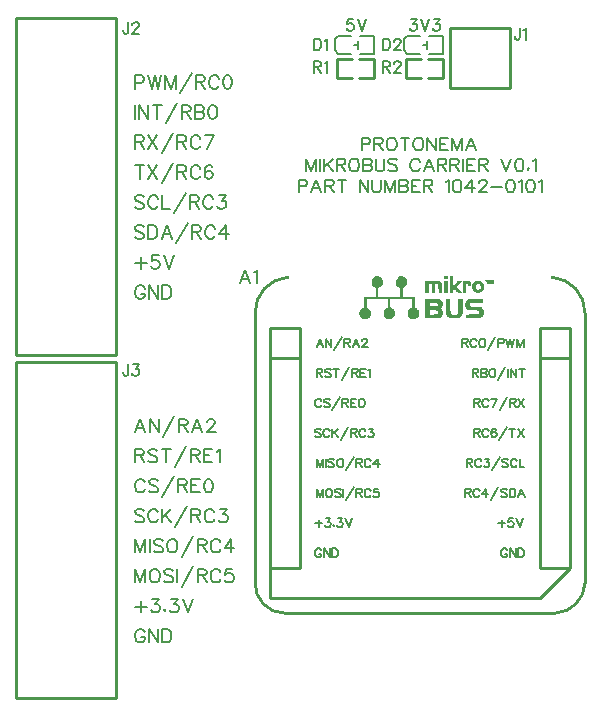
<source format=gto>
G04 Layer: TopSilkscreenLayer*
G04 EasyEDA v6.5.32, 2023-07-25 14:04:49*
G04 3427a68e04624d36b5ebd798919f52c8,5a6b42c53f6a479593ecc07194224c93,10*
G04 Gerber Generator version 0.2*
G04 Scale: 100 percent, Rotated: No, Reflected: No *
G04 Dimensions in millimeters *
G04 leading zeros omitted , absolute positions ,4 integer and 5 decimal *
%FSLAX45Y45*%
%MOMM*%

%ADD10C,0.1524*%
%ADD11C,0.1500*%
%ADD12C,0.2540*%

%LPD*%
G36*
X4410405Y3619398D02*
G01*
X4401058Y3619195D01*
X4396282Y3617823D01*
X4394454Y3614064D01*
X4394200Y3606800D01*
X4394454Y3599535D01*
X4396282Y3595776D01*
X4401058Y3594404D01*
X4410405Y3594201D01*
X4419752Y3594404D01*
X4424578Y3595776D01*
X4426407Y3599535D01*
X4426661Y3606800D01*
X4426407Y3614064D01*
X4424578Y3617823D01*
X4419752Y3619195D01*
G37*
G36*
X4444695Y3619398D02*
G01*
X4444695Y3474770D01*
X4471720Y3477006D01*
X4475327Y3518458D01*
X4498492Y3489807D01*
X4503064Y3484524D01*
X4506874Y3480714D01*
X4510278Y3478072D01*
X4513732Y3476447D01*
X4517593Y3475583D01*
X4527956Y3475177D01*
X4534814Y3475380D01*
X4540453Y3475888D01*
X4544263Y3476650D01*
X4545634Y3477564D01*
X4543958Y3480409D01*
X4539386Y3486302D01*
X4532630Y3494430D01*
X4503064Y3527907D01*
X4545431Y3574338D01*
X4522825Y3575862D01*
X4518355Y3575812D01*
X4514596Y3575202D01*
X4511141Y3573779D01*
X4507585Y3571341D01*
X4503572Y3567684D01*
X4492447Y3555695D01*
X4473549Y3534664D01*
X4473549Y3619398D01*
G37*
G36*
X3827373Y3615791D02*
G01*
X3817975Y3615334D01*
X3810812Y3613404D01*
X3804005Y3609187D01*
X3795826Y3601974D01*
X3791305Y3597605D01*
X3787851Y3593896D01*
X3785311Y3590544D01*
X3783482Y3587292D01*
X3782314Y3583838D01*
X3781602Y3579825D01*
X3781298Y3575050D01*
X3781247Y3569157D01*
X3781602Y3561029D01*
X3782669Y3553663D01*
X3784498Y3547008D01*
X3787038Y3541064D01*
X3790391Y3535730D01*
X3794556Y3531006D01*
X3799535Y3526891D01*
X3805326Y3523284D01*
X3817315Y3516833D01*
X3817315Y3442766D01*
X3716324Y3442766D01*
X3716172Y3350818D01*
X3704590Y3345383D01*
X3699256Y3342538D01*
X3694531Y3339236D01*
X3690365Y3335477D01*
X3686759Y3331362D01*
X3683762Y3326993D01*
X3681272Y3322320D01*
X3679393Y3317392D01*
X3678072Y3312363D01*
X3677361Y3307181D01*
X3677158Y3301949D01*
X3677513Y3296665D01*
X3678478Y3291484D01*
X3680002Y3286302D01*
X3682085Y3281273D01*
X3684676Y3276447D01*
X3687876Y3271875D01*
X3691636Y3267506D01*
X3695954Y3263544D01*
X3700830Y3259886D01*
X3706215Y3256686D01*
X3711041Y3254552D01*
X3715918Y3252978D01*
X3720795Y3251962D01*
X3725672Y3251555D01*
X3730498Y3251657D01*
X3735222Y3252266D01*
X3739896Y3253384D01*
X3744366Y3255010D01*
X3748684Y3257042D01*
X3752799Y3259480D01*
X3756660Y3262376D01*
X3760266Y3265627D01*
X3763568Y3269234D01*
X3766515Y3273145D01*
X3769055Y3277412D01*
X3771239Y3281984D01*
X3772966Y3286810D01*
X3774186Y3291890D01*
X3774948Y3297224D01*
X3775100Y3302762D01*
X3774440Y3310280D01*
X3772712Y3317646D01*
X3770071Y3324606D01*
X3766616Y3331006D01*
X3762451Y3336594D01*
X3757777Y3341217D01*
X3752596Y3344672D01*
X3747109Y3346856D01*
X3744112Y3347669D01*
X3741877Y3348786D01*
X3740251Y3350666D01*
X3739134Y3353663D01*
X3738473Y3358387D01*
X3738118Y3365195D01*
X3737965Y3374542D01*
X3737965Y3424732D01*
X3921861Y3424732D01*
X3921810Y3375304D01*
X3921353Y3359454D01*
X3920693Y3354730D01*
X3919728Y3351580D01*
X3918254Y3349650D01*
X3916273Y3348482D01*
X3913632Y3347720D01*
X3909618Y3346043D01*
X3904691Y3342995D01*
X3899509Y3338982D01*
X3894734Y3334461D01*
X3889095Y3327908D01*
X3885844Y3321659D01*
X3884371Y3313887D01*
X3884015Y3302762D01*
X3884371Y3294227D01*
X3885488Y3286658D01*
X3887470Y3280003D01*
X3890314Y3274161D01*
X3894124Y3269030D01*
X3898900Y3264458D01*
X3904792Y3260445D01*
X3911803Y3256788D01*
X3916781Y3254806D01*
X3921760Y3253333D01*
X3926687Y3252419D01*
X3931615Y3252063D01*
X3936390Y3252215D01*
X3941114Y3252876D01*
X3945686Y3253994D01*
X3950106Y3255670D01*
X3954373Y3257803D01*
X3958437Y3260394D01*
X3962298Y3263442D01*
X3965905Y3266998D01*
X3969258Y3270961D01*
X3972306Y3275329D01*
X3975100Y3280156D01*
X3977487Y3285337D01*
X3981399Y3295243D01*
X3982669Y3302152D01*
X3981399Y3309112D01*
X3977487Y3319272D01*
X3973372Y3328009D01*
X3968902Y3334410D01*
X3963111Y3339287D01*
X3955338Y3343605D01*
X3940149Y3350818D01*
X3939895Y3424732D01*
X4123791Y3424732D01*
X4123588Y3366820D01*
X4123232Y3360115D01*
X4122674Y3355187D01*
X4121759Y3351784D01*
X4120540Y3349548D01*
X4118914Y3348177D01*
X4113276Y3345535D01*
X4108704Y3342386D01*
X4103674Y3338322D01*
X4098798Y3333750D01*
X4093006Y3327146D01*
X4089654Y3320948D01*
X4088079Y3313480D01*
X4087723Y3302914D01*
X4088129Y3294583D01*
X4089450Y3286963D01*
X4091584Y3280105D01*
X4094581Y3273958D01*
X4098442Y3268522D01*
X4103166Y3263849D01*
X4108754Y3259886D01*
X4115206Y3256635D01*
X4121251Y3254400D01*
X4126941Y3252876D01*
X4132427Y3252063D01*
X4137812Y3252012D01*
X4143095Y3252673D01*
X4148429Y3254095D01*
X4153915Y3256279D01*
X4159656Y3259175D01*
X4165752Y3263036D01*
X4170984Y3267354D01*
X4175353Y3272078D01*
X4178858Y3277311D01*
X4181601Y3283000D01*
X4183532Y3289249D01*
X4184700Y3296056D01*
X4185056Y3303473D01*
X4184599Y3312160D01*
X4182872Y3319170D01*
X4179417Y3325622D01*
X4173829Y3332683D01*
X4168800Y3337814D01*
X4163415Y3342335D01*
X4158234Y3345789D01*
X4154017Y3347618D01*
X4151223Y3348431D01*
X4149090Y3349650D01*
X4147565Y3351834D01*
X4146499Y3355492D01*
X4145889Y3361232D01*
X4145534Y3369564D01*
X4145432Y3442766D01*
X4044442Y3442766D01*
X4044442Y3516833D01*
X4056176Y3523234D01*
X4062628Y3527196D01*
X4068064Y3531463D01*
X4072483Y3536086D01*
X4076039Y3541166D01*
X4078732Y3546805D01*
X4080510Y3553002D01*
X4081526Y3559860D01*
X4081779Y3567480D01*
X4081322Y3574796D01*
X4080052Y3581552D01*
X4078122Y3587750D01*
X4075480Y3593439D01*
X4072178Y3598519D01*
X4068216Y3602990D01*
X4063644Y3606800D01*
X4058462Y3610000D01*
X4052671Y3612489D01*
X4046321Y3614318D01*
X4039463Y3615436D01*
X4032046Y3615791D01*
X4022851Y3615334D01*
X4015689Y3613353D01*
X4008831Y3609187D01*
X4000550Y3602075D01*
X3992930Y3594303D01*
X3988206Y3587546D01*
X3985564Y3580180D01*
X3984193Y3570528D01*
X3983990Y3562756D01*
X3984853Y3555390D01*
X3986784Y3548430D01*
X3989781Y3541979D01*
X3993692Y3536086D01*
X3998569Y3530803D01*
X4004360Y3526231D01*
X4011015Y3522370D01*
X4022648Y3516680D01*
X4022801Y3442766D01*
X3838905Y3442766D01*
X3839108Y3516680D01*
X3850741Y3522370D01*
X3856532Y3525774D01*
X3861866Y3530092D01*
X3866591Y3535070D01*
X3870655Y3540658D01*
X3874008Y3546703D01*
X3876497Y3553053D01*
X3878072Y3559505D01*
X3878579Y3566058D01*
X3878326Y3571494D01*
X3877665Y3576726D01*
X3876497Y3581654D01*
X3874871Y3586327D01*
X3872839Y3590747D01*
X3870451Y3594811D01*
X3867607Y3598621D01*
X3864457Y3602024D01*
X3860901Y3605123D01*
X3856990Y3607866D01*
X3852773Y3610203D01*
X3848252Y3612184D01*
X3843426Y3613759D01*
X3838346Y3614877D01*
X3832961Y3615588D01*
G37*
G36*
X4810455Y3587038D02*
G01*
X4807305Y3586327D01*
X4804003Y3583127D01*
X4800752Y3577437D01*
X4796383Y3567887D01*
X4794351Y3576523D01*
X4792573Y3581247D01*
X4788865Y3583990D01*
X4781346Y3585413D01*
X4768138Y3586226D01*
X4755997Y3586530D01*
X4748580Y3586022D01*
X4744923Y3584498D01*
X4743958Y3581704D01*
X4744364Y3579571D01*
X4745532Y3577793D01*
X4747260Y3576574D01*
X4749342Y3576167D01*
X4751832Y3575354D01*
X4753508Y3572865D01*
X4754473Y3568395D01*
X4755083Y3555085D01*
X4755997Y3550615D01*
X4757674Y3548075D01*
X4760163Y3547313D01*
X4762652Y3548075D01*
X4764328Y3550615D01*
X4765294Y3555085D01*
X4765903Y3568395D01*
X4766818Y3572865D01*
X4768494Y3575354D01*
X4770983Y3576167D01*
X4773472Y3575354D01*
X4775149Y3572865D01*
X4776114Y3568395D01*
X4776419Y3561740D01*
X4777333Y3552799D01*
X4779670Y3547922D01*
X4782769Y3547719D01*
X4785969Y3552799D01*
X4787239Y3555492D01*
X4788509Y3556254D01*
X4790287Y3555085D01*
X4792827Y3551936D01*
X4796739Y3548481D01*
X4800447Y3548735D01*
X4803698Y3552596D01*
X4806289Y3559911D01*
X4807102Y3562858D01*
X4807712Y3563416D01*
X4808169Y3561587D01*
X4808423Y3557219D01*
X4809083Y3552393D01*
X4810455Y3549091D01*
X4812284Y3547313D01*
X4814265Y3546906D01*
X4816297Y3547922D01*
X4817973Y3550310D01*
X4819192Y3554018D01*
X4819599Y3559048D01*
X4819142Y3568395D01*
X4817821Y3576015D01*
X4815840Y3581755D01*
X4813350Y3585514D01*
G37*
G36*
X4682896Y3579215D02*
G01*
X4675327Y3578098D01*
X4665776Y3574999D01*
X4660442Y3572764D01*
X4655515Y3570173D01*
X4650994Y3567226D01*
X4646930Y3564026D01*
X4643221Y3560470D01*
X4640021Y3556660D01*
X4637227Y3552647D01*
X4634890Y3548329D01*
X4633010Y3543858D01*
X4631639Y3539236D01*
X4630724Y3534410D01*
X4630318Y3529482D01*
X4630432Y3525672D01*
X4661712Y3525672D01*
X4661865Y3531108D01*
X4662830Y3536238D01*
X4664557Y3540861D01*
X4666945Y3544925D01*
X4669942Y3548379D01*
X4673549Y3551072D01*
X4677562Y3552850D01*
X4681982Y3553714D01*
X4686757Y3553510D01*
X4691786Y3552190D01*
X4694732Y3550361D01*
X4697526Y3547414D01*
X4700066Y3543503D01*
X4702251Y3539032D01*
X4703927Y3534156D01*
X4705045Y3529126D01*
X4705451Y3524250D01*
X4705045Y3519728D01*
X4703572Y3514902D01*
X4701184Y3510737D01*
X4698034Y3507384D01*
X4694326Y3504742D01*
X4690262Y3502914D01*
X4685893Y3501898D01*
X4681524Y3501694D01*
X4677206Y3502355D01*
X4673142Y3503929D01*
X4669536Y3506368D01*
X4666488Y3509721D01*
X4664252Y3514039D01*
X4662474Y3519932D01*
X4661712Y3525672D01*
X4630432Y3525672D01*
X4631131Y3519271D01*
X4632299Y3514039D01*
X4634026Y3508806D01*
X4636262Y3503676D01*
X4638954Y3499002D01*
X4642002Y3494684D01*
X4645355Y3490823D01*
X4649063Y3487369D01*
X4653026Y3484321D01*
X4657191Y3481730D01*
X4661611Y3479546D01*
X4666183Y3477818D01*
X4670856Y3476498D01*
X4675632Y3475634D01*
X4680508Y3475177D01*
X4685385Y3475126D01*
X4690211Y3475583D01*
X4695037Y3476396D01*
X4699812Y3477717D01*
X4704435Y3479444D01*
X4708906Y3481628D01*
X4713173Y3484270D01*
X4717237Y3487318D01*
X4721047Y3490823D01*
X4724603Y3494836D01*
X4727803Y3499256D01*
X4730648Y3504133D01*
X4732883Y3509162D01*
X4734458Y3514394D01*
X4735423Y3519779D01*
X4735779Y3525215D01*
X4735525Y3530701D01*
X4734763Y3536086D01*
X4733442Y3541420D01*
X4731664Y3546551D01*
X4729327Y3551529D01*
X4726584Y3556203D01*
X4723384Y3560521D01*
X4719726Y3564534D01*
X4715713Y3568039D01*
X4711293Y3571087D01*
X4706569Y3573576D01*
X4701489Y3575456D01*
X4690872Y3578351D01*
G37*
G36*
X4235348Y3576726D02*
G01*
X4237329Y3477006D01*
X4264406Y3474770D01*
X4264406Y3550920D01*
X4289399Y3550920D01*
X4291431Y3477006D01*
X4322064Y3474770D01*
X4322064Y3551377D01*
X4345533Y3549091D01*
X4349140Y3477006D01*
X4376166Y3474770D01*
X4376013Y3535426D01*
X4375607Y3545840D01*
X4375200Y3550259D01*
X4374591Y3554171D01*
X4373727Y3557676D01*
X4372610Y3560724D01*
X4371238Y3563416D01*
X4369460Y3565702D01*
X4367326Y3567684D01*
X4364786Y3569360D01*
X4361789Y3570732D01*
X4358284Y3571849D01*
X4354271Y3572764D01*
X4344517Y3574034D01*
X4332224Y3574796D01*
G37*
G36*
X4393996Y3576167D02*
G01*
X4395978Y3477006D01*
X4424832Y3477006D01*
X4426864Y3576167D01*
G37*
G36*
X4552848Y3576167D02*
G01*
X4552848Y3475177D01*
X4581702Y3475177D01*
X4581702Y3527247D01*
X4581855Y3536746D01*
X4582210Y3543757D01*
X4582769Y3548634D01*
X4583633Y3551783D01*
X4584903Y3553561D01*
X4586630Y3554323D01*
X4588916Y3554526D01*
X4592421Y3554018D01*
X4594606Y3552240D01*
X4595774Y3548938D01*
X4596434Y3537712D01*
X4598212Y3534460D01*
X4602530Y3533140D01*
X4610557Y3532886D01*
X4624984Y3532886D01*
X4624984Y3547313D01*
X4624781Y3552748D01*
X4624171Y3557473D01*
X4623104Y3561587D01*
X4621479Y3565093D01*
X4619244Y3568039D01*
X4616399Y3570427D01*
X4612741Y3572357D01*
X4608372Y3573830D01*
X4603140Y3574897D01*
X4596993Y3575608D01*
X4589830Y3576015D01*
G37*
G36*
X4235551Y3424732D02*
G01*
X4235551Y3392271D01*
X4303776Y3392271D01*
X4317492Y3391966D01*
X4327296Y3391001D01*
X4333900Y3389274D01*
X4338066Y3386582D01*
X4341977Y3381095D01*
X4343501Y3375101D01*
X4342638Y3369208D01*
X4339386Y3364128D01*
X4335526Y3362350D01*
X4328210Y3360978D01*
X4317898Y3360115D01*
X4305147Y3359810D01*
X4275226Y3359810D01*
X4275226Y3392271D01*
X4235551Y3392271D01*
X4235551Y3327349D01*
X4302506Y3327349D01*
X4313631Y3327044D01*
X4323791Y3326282D01*
X4331868Y3325063D01*
X4336745Y3323640D01*
X4339742Y3321304D01*
X4341926Y3318103D01*
X4343247Y3313988D01*
X4343704Y3309112D01*
X4343247Y3304387D01*
X4341672Y3300526D01*
X4338828Y3297428D01*
X4334611Y3295040D01*
X4328820Y3293313D01*
X4321251Y3292144D01*
X4311751Y3291484D01*
X4300220Y3291281D01*
X4275226Y3291281D01*
X4275226Y3327349D01*
X4235551Y3327349D01*
X4235551Y3258362D01*
X4308906Y3259785D01*
X4329582Y3260547D01*
X4345584Y3261817D01*
X4352036Y3262731D01*
X4357624Y3263900D01*
X4362348Y3265322D01*
X4366463Y3266998D01*
X4369917Y3269030D01*
X4372813Y3271469D01*
X4375353Y3274263D01*
X4377537Y3277463D01*
X4379468Y3281172D01*
X4381296Y3285337D01*
X4383024Y3290062D01*
X4384903Y3296412D01*
X4385970Y3302457D01*
X4386122Y3308197D01*
X4385462Y3313684D01*
X4383887Y3318916D01*
X4381449Y3323945D01*
X4378147Y3328771D01*
X4373981Y3333496D01*
X4364888Y3342589D01*
X4372254Y3350463D01*
X4376572Y3355746D01*
X4380026Y3361385D01*
X4382516Y3367227D01*
X4384141Y3373272D01*
X4384852Y3379317D01*
X4384700Y3385413D01*
X4383684Y3391357D01*
X4381754Y3397097D01*
X4379010Y3402584D01*
X4375404Y3407664D01*
X4370984Y3412337D01*
X4365701Y3416452D01*
X4360316Y3419754D01*
X4357522Y3421024D01*
X4354474Y3422040D01*
X4350867Y3422853D01*
X4346600Y3423513D01*
X4335068Y3424275D01*
X4318254Y3424631D01*
G37*
G36*
X4408170Y3424732D02*
G01*
X4409541Y3344164D01*
X4410100Y3321964D01*
X4410913Y3306419D01*
X4411421Y3300679D01*
X4412081Y3295954D01*
X4412894Y3292144D01*
X4413859Y3288995D01*
X4414977Y3286302D01*
X4416348Y3283915D01*
X4421124Y3277666D01*
X4424527Y3274161D01*
X4428134Y3271062D01*
X4432096Y3268370D01*
X4436364Y3266084D01*
X4441088Y3264153D01*
X4446219Y3262528D01*
X4451908Y3261309D01*
X4458157Y3260344D01*
X4464964Y3259683D01*
X4480763Y3259175D01*
X4489297Y3259328D01*
X4497070Y3259734D01*
X4504080Y3260445D01*
X4510430Y3261410D01*
X4516221Y3262782D01*
X4521454Y3264509D01*
X4526178Y3266592D01*
X4530445Y3269132D01*
X4534408Y3272078D01*
X4538014Y3275482D01*
X4541418Y3279343D01*
X4544618Y3283712D01*
X4547920Y3289198D01*
X4549190Y3291992D01*
X4550206Y3295192D01*
X4551019Y3298951D01*
X4551680Y3303473D01*
X4552442Y3315919D01*
X4552797Y3334258D01*
X4552848Y3424732D01*
X4516780Y3424732D01*
X4516729Y3362299D01*
X4516374Y3343351D01*
X4515561Y3328162D01*
X4515002Y3321862D01*
X4514240Y3316274D01*
X4513326Y3311448D01*
X4512259Y3307283D01*
X4510989Y3303676D01*
X4509465Y3300577D01*
X4507788Y3297986D01*
X4505858Y3295853D01*
X4503724Y3294024D01*
X4501337Y3292500D01*
X4498644Y3291230D01*
X4492955Y3289503D01*
X4486503Y3288588D01*
X4479696Y3288385D01*
X4472889Y3288944D01*
X4466386Y3290112D01*
X4460697Y3291941D01*
X4456074Y3294278D01*
X4452924Y3297174D01*
X4452112Y3298596D01*
X4451400Y3300679D01*
X4450232Y3306826D01*
X4449368Y3315970D01*
X4448759Y3328365D01*
X4448403Y3344316D01*
X4448302Y3424732D01*
G37*
G36*
X4725924Y3424732D02*
G01*
X4655413Y3424529D01*
X4637836Y3424275D01*
X4623511Y3423716D01*
X4612335Y3422954D01*
X4604054Y3421938D01*
X4598568Y3420618D01*
X4596790Y3419856D01*
X4591608Y3416401D01*
X4587087Y3412286D01*
X4583226Y3407460D01*
X4580077Y3401923D01*
X4577638Y3395726D01*
X4575911Y3388868D01*
X4574844Y3381248D01*
X4574489Y3372967D01*
X4574844Y3361232D01*
X4575403Y3356914D01*
X4576419Y3353257D01*
X4577943Y3350006D01*
X4580128Y3346856D01*
X4583023Y3343452D01*
X4599025Y3327349D01*
X4646015Y3327298D01*
X4663389Y3326637D01*
X4670094Y3325977D01*
X4675682Y3325012D01*
X4680153Y3323793D01*
X4683607Y3322269D01*
X4686147Y3320389D01*
X4687925Y3318103D01*
X4688941Y3315360D01*
X4689348Y3312210D01*
X4689195Y3308553D01*
X4688738Y3305098D01*
X4687874Y3302152D01*
X4686554Y3299663D01*
X4684572Y3297631D01*
X4681728Y3295954D01*
X4677867Y3294634D01*
X4672838Y3293668D01*
X4666488Y3292906D01*
X4648962Y3292043D01*
X4624070Y3291636D01*
X4578096Y3291281D01*
X4578096Y3258870D01*
X4649216Y3258921D01*
X4668977Y3259175D01*
X4683048Y3259734D01*
X4688433Y3260191D01*
X4692954Y3260852D01*
X4696815Y3261664D01*
X4700168Y3262629D01*
X4703318Y3263849D01*
X4709515Y3267049D01*
X4714189Y3270148D01*
X4718304Y3273806D01*
X4721961Y3277920D01*
X4725060Y3282543D01*
X4727651Y3287471D01*
X4729683Y3292754D01*
X4731156Y3298240D01*
X4732121Y3303828D01*
X4732477Y3309569D01*
X4732324Y3315258D01*
X4731562Y3320948D01*
X4730191Y3326485D01*
X4728210Y3331819D01*
X4725670Y3336848D01*
X4722520Y3341624D01*
X4718710Y3345942D01*
X4715306Y3349244D01*
X4712157Y3351733D01*
X4708804Y3353562D01*
X4704689Y3354832D01*
X4699355Y3355594D01*
X4692243Y3356000D01*
X4650181Y3356508D01*
X4642053Y3356914D01*
X4635195Y3357524D01*
X4629454Y3358438D01*
X4624832Y3359607D01*
X4621174Y3361029D01*
X4618380Y3362858D01*
X4616399Y3364992D01*
X4615078Y3367582D01*
X4614367Y3370579D01*
X4614164Y3374034D01*
X4614621Y3378860D01*
X4615942Y3382975D01*
X4618126Y3386226D01*
X4621123Y3388512D01*
X4623511Y3389274D01*
X4627676Y3389985D01*
X4640427Y3391154D01*
X4657445Y3391966D01*
X4677003Y3392271D01*
X4725924Y3392271D01*
G37*
D10*
X1778000Y1391157D02*
G01*
X1778000Y1276604D01*
X1778000Y1391157D02*
G01*
X1821687Y1276604D01*
X1865121Y1391157D02*
G01*
X1821687Y1276604D01*
X1865121Y1391157D02*
G01*
X1865121Y1276604D01*
X1901189Y1391157D02*
G01*
X1901189Y1276604D01*
X2013711Y1374647D02*
G01*
X2002790Y1385570D01*
X1986279Y1391157D01*
X1964436Y1391157D01*
X1948179Y1385570D01*
X1937258Y1374647D01*
X1937258Y1363726D01*
X1942591Y1352804D01*
X1948179Y1347470D01*
X1959102Y1341881D01*
X1991868Y1331213D01*
X2002790Y1325626D01*
X2008124Y1320292D01*
X2013711Y1309370D01*
X2013711Y1292860D01*
X2002790Y1281937D01*
X1986279Y1276604D01*
X1964436Y1276604D01*
X1948179Y1281937D01*
X1937258Y1292860D01*
X2082291Y1391157D02*
G01*
X2071370Y1385570D01*
X2060447Y1374647D01*
X2055113Y1363726D01*
X2049525Y1347470D01*
X2049525Y1320292D01*
X2055113Y1303781D01*
X2060447Y1292860D01*
X2071370Y1281937D01*
X2082291Y1276604D01*
X2104136Y1276604D01*
X2115058Y1281937D01*
X2125979Y1292860D01*
X2131313Y1303781D01*
X2136902Y1320292D01*
X2136902Y1347470D01*
X2131313Y1363726D01*
X2125979Y1374647D01*
X2115058Y1385570D01*
X2104136Y1391157D01*
X2082291Y1391157D01*
X2271013Y1413002D02*
G01*
X2172970Y1238250D01*
X2307081Y1391157D02*
G01*
X2307081Y1276604D01*
X2307081Y1391157D02*
G01*
X2356104Y1391157D01*
X2372613Y1385570D01*
X2377947Y1380236D01*
X2383536Y1369313D01*
X2383536Y1358392D01*
X2377947Y1347470D01*
X2372613Y1341881D01*
X2356104Y1336547D01*
X2307081Y1336547D01*
X2345181Y1336547D02*
G01*
X2383536Y1276604D01*
X2501138Y1363726D02*
G01*
X2495804Y1374647D01*
X2484881Y1385570D01*
X2473959Y1391157D01*
X2452115Y1391157D01*
X2441193Y1385570D01*
X2430272Y1374647D01*
X2424938Y1363726D01*
X2419350Y1347470D01*
X2419350Y1320292D01*
X2424938Y1303781D01*
X2430272Y1292860D01*
X2441193Y1281937D01*
X2452115Y1276604D01*
X2473959Y1276604D01*
X2484881Y1281937D01*
X2495804Y1292860D01*
X2501138Y1303781D01*
X2591815Y1391157D02*
G01*
X2537206Y1314704D01*
X2618993Y1314704D01*
X2591815Y1391157D02*
G01*
X2591815Y1276604D01*
X1854454Y1628647D02*
G01*
X1843531Y1639570D01*
X1827021Y1645157D01*
X1805178Y1645157D01*
X1788921Y1639570D01*
X1778000Y1628647D01*
X1778000Y1617726D01*
X1783334Y1606804D01*
X1788921Y1601470D01*
X1799844Y1595881D01*
X1832610Y1585213D01*
X1843531Y1579626D01*
X1848865Y1574292D01*
X1854454Y1563370D01*
X1854454Y1546860D01*
X1843531Y1535937D01*
X1827021Y1530604D01*
X1805178Y1530604D01*
X1788921Y1535937D01*
X1778000Y1546860D01*
X1972056Y1617726D02*
G01*
X1966722Y1628647D01*
X1955800Y1639570D01*
X1944877Y1645157D01*
X1923034Y1645157D01*
X1912112Y1639570D01*
X1901189Y1628647D01*
X1895855Y1617726D01*
X1890268Y1601470D01*
X1890268Y1574292D01*
X1895855Y1557781D01*
X1901189Y1546860D01*
X1912112Y1535937D01*
X1923034Y1530604D01*
X1944877Y1530604D01*
X1955800Y1535937D01*
X1966722Y1546860D01*
X1972056Y1557781D01*
X2008124Y1645157D02*
G01*
X2008124Y1530604D01*
X2084577Y1645157D02*
G01*
X2008124Y1568704D01*
X2035302Y1595881D02*
G01*
X2084577Y1530604D01*
X2218690Y1667002D02*
G01*
X2120645Y1492250D01*
X2254758Y1645157D02*
G01*
X2254758Y1530604D01*
X2254758Y1645157D02*
G01*
X2303779Y1645157D01*
X2320036Y1639570D01*
X2325624Y1634236D01*
X2330958Y1623313D01*
X2330958Y1612392D01*
X2325624Y1601470D01*
X2320036Y1595881D01*
X2303779Y1590547D01*
X2254758Y1590547D01*
X2292858Y1590547D02*
G01*
X2330958Y1530604D01*
X2448813Y1617726D02*
G01*
X2443479Y1628647D01*
X2432558Y1639570D01*
X2421636Y1645157D01*
X2399791Y1645157D01*
X2388870Y1639570D01*
X2377947Y1628647D01*
X2372613Y1617726D01*
X2367025Y1601470D01*
X2367025Y1574292D01*
X2372613Y1557781D01*
X2377947Y1546860D01*
X2388870Y1535937D01*
X2399791Y1530604D01*
X2421636Y1530604D01*
X2432558Y1535937D01*
X2443479Y1546860D01*
X2448813Y1557781D01*
X2495804Y1645157D02*
G01*
X2555747Y1645157D01*
X2522981Y1601470D01*
X2539491Y1601470D01*
X2550413Y1595881D01*
X2555747Y1590547D01*
X2561336Y1574292D01*
X2561336Y1563370D01*
X2555747Y1546860D01*
X2544825Y1535937D01*
X2528570Y1530604D01*
X2512059Y1530604D01*
X2495804Y1535937D01*
X2490215Y1541526D01*
X2484881Y1552447D01*
X1859787Y1871726D02*
G01*
X1854454Y1882647D01*
X1843531Y1893570D01*
X1832610Y1899157D01*
X1810765Y1899157D01*
X1799844Y1893570D01*
X1788921Y1882647D01*
X1783334Y1871726D01*
X1778000Y1855470D01*
X1778000Y1828292D01*
X1783334Y1811781D01*
X1788921Y1800860D01*
X1799844Y1789937D01*
X1810765Y1784604D01*
X1832610Y1784604D01*
X1843531Y1789937D01*
X1854454Y1800860D01*
X1859787Y1811781D01*
X1972056Y1882647D02*
G01*
X1961134Y1893570D01*
X1944877Y1899157D01*
X1923034Y1899157D01*
X1906778Y1893570D01*
X1895855Y1882647D01*
X1895855Y1871726D01*
X1901189Y1860804D01*
X1906778Y1855470D01*
X1917700Y1849881D01*
X1950211Y1839213D01*
X1961134Y1833626D01*
X1966722Y1828292D01*
X1972056Y1817370D01*
X1972056Y1800860D01*
X1961134Y1789937D01*
X1944877Y1784604D01*
X1923034Y1784604D01*
X1906778Y1789937D01*
X1895855Y1800860D01*
X2106422Y1921002D02*
G01*
X2008124Y1746250D01*
X2142236Y1899157D02*
G01*
X2142236Y1784604D01*
X2142236Y1899157D02*
G01*
X2191511Y1899157D01*
X2207768Y1893570D01*
X2213356Y1888236D01*
X2218690Y1877313D01*
X2218690Y1866392D01*
X2213356Y1855470D01*
X2207768Y1849881D01*
X2191511Y1844547D01*
X2142236Y1844547D01*
X2180590Y1844547D02*
G01*
X2218690Y1784604D01*
X2254758Y1899157D02*
G01*
X2254758Y1784604D01*
X2254758Y1899157D02*
G01*
X2325624Y1899157D01*
X2254758Y1844547D02*
G01*
X2298445Y1844547D01*
X2254758Y1784604D02*
G01*
X2325624Y1784604D01*
X2394458Y1899157D02*
G01*
X2377947Y1893570D01*
X2367025Y1877313D01*
X2361691Y1849881D01*
X2361691Y1833626D01*
X2367025Y1806447D01*
X2377947Y1789937D01*
X2394458Y1784604D01*
X2405125Y1784604D01*
X2421636Y1789937D01*
X2432558Y1806447D01*
X2437891Y1833626D01*
X2437891Y1849881D01*
X2432558Y1877313D01*
X2421636Y1893570D01*
X2405125Y1899157D01*
X2394458Y1899157D01*
X1778000Y2153157D02*
G01*
X1778000Y2038604D01*
X1778000Y2153157D02*
G01*
X1827021Y2153157D01*
X1843531Y2147570D01*
X1848865Y2142236D01*
X1854454Y2131313D01*
X1854454Y2120392D01*
X1848865Y2109470D01*
X1843531Y2103881D01*
X1827021Y2098547D01*
X1778000Y2098547D01*
X1816100Y2098547D02*
G01*
X1854454Y2038604D01*
X1966722Y2136647D02*
G01*
X1955800Y2147570D01*
X1939543Y2153157D01*
X1917700Y2153157D01*
X1901189Y2147570D01*
X1890268Y2136647D01*
X1890268Y2125726D01*
X1895855Y2114804D01*
X1901189Y2109470D01*
X1912112Y2103881D01*
X1944877Y2093213D01*
X1955800Y2087626D01*
X1961134Y2082292D01*
X1966722Y2071370D01*
X1966722Y2054860D01*
X1955800Y2043937D01*
X1939543Y2038604D01*
X1917700Y2038604D01*
X1901189Y2043937D01*
X1890268Y2054860D01*
X2040890Y2153157D02*
G01*
X2040890Y2038604D01*
X2002790Y2153157D02*
G01*
X2078990Y2153157D01*
X2213356Y2175002D02*
G01*
X2115058Y2000250D01*
X2249170Y2153157D02*
G01*
X2249170Y2038604D01*
X2249170Y2153157D02*
G01*
X2298445Y2153157D01*
X2314702Y2147570D01*
X2320036Y2142236D01*
X2325624Y2131313D01*
X2325624Y2120392D01*
X2320036Y2109470D01*
X2314702Y2103881D01*
X2298445Y2098547D01*
X2249170Y2098547D01*
X2287524Y2098547D02*
G01*
X2325624Y2038604D01*
X2361691Y2153157D02*
G01*
X2361691Y2038604D01*
X2361691Y2153157D02*
G01*
X2432558Y2153157D01*
X2361691Y2098547D02*
G01*
X2405125Y2098547D01*
X2361691Y2038604D02*
G01*
X2432558Y2038604D01*
X2468625Y2131313D02*
G01*
X2479547Y2136647D01*
X2495804Y2153157D01*
X2495804Y2038604D01*
X1821687Y2407157D02*
G01*
X1778000Y2292604D01*
X1821687Y2407157D02*
G01*
X1865121Y2292604D01*
X1794255Y2330704D02*
G01*
X1848865Y2330704D01*
X1901189Y2407157D02*
G01*
X1901189Y2292604D01*
X1901189Y2407157D02*
G01*
X1977643Y2292604D01*
X1977643Y2407157D02*
G01*
X1977643Y2292604D01*
X2111756Y2429002D02*
G01*
X2013711Y2254250D01*
X2147824Y2407157D02*
G01*
X2147824Y2292604D01*
X2147824Y2407157D02*
G01*
X2196845Y2407157D01*
X2213356Y2401570D01*
X2218690Y2396236D01*
X2224277Y2385313D01*
X2224277Y2374392D01*
X2218690Y2363470D01*
X2213356Y2357881D01*
X2196845Y2352547D01*
X2147824Y2352547D01*
X2185924Y2352547D02*
G01*
X2224277Y2292604D01*
X2303779Y2407157D02*
G01*
X2260091Y2292604D01*
X2303779Y2407157D02*
G01*
X2347468Y2292604D01*
X2276602Y2330704D02*
G01*
X2330958Y2330704D01*
X2388870Y2379726D02*
G01*
X2388870Y2385313D01*
X2394458Y2396236D01*
X2399791Y2401570D01*
X2410713Y2407157D01*
X2432558Y2407157D01*
X2443479Y2401570D01*
X2448813Y2396236D01*
X2454402Y2385313D01*
X2454402Y2374392D01*
X2448813Y2363470D01*
X2437891Y2347213D01*
X2383536Y2292604D01*
X2459736Y2292604D01*
X1778000Y1137157D02*
G01*
X1778000Y1022604D01*
X1778000Y1137157D02*
G01*
X1821687Y1022604D01*
X1865121Y1137157D02*
G01*
X1821687Y1022604D01*
X1865121Y1137157D02*
G01*
X1865121Y1022604D01*
X1933956Y1137157D02*
G01*
X1923034Y1131570D01*
X1912112Y1120647D01*
X1906778Y1109726D01*
X1901189Y1093470D01*
X1901189Y1066292D01*
X1906778Y1049781D01*
X1912112Y1038860D01*
X1923034Y1027937D01*
X1933956Y1022604D01*
X1955800Y1022604D01*
X1966722Y1027937D01*
X1977643Y1038860D01*
X1982977Y1049781D01*
X1988565Y1066292D01*
X1988565Y1093470D01*
X1982977Y1109726D01*
X1977643Y1120647D01*
X1966722Y1131570D01*
X1955800Y1137157D01*
X1933956Y1137157D01*
X2100834Y1120647D02*
G01*
X2089911Y1131570D01*
X2073656Y1137157D01*
X2051811Y1137157D01*
X2035302Y1131570D01*
X2024634Y1120647D01*
X2024634Y1109726D01*
X2029968Y1098804D01*
X2035302Y1093470D01*
X2046224Y1087881D01*
X2078990Y1077213D01*
X2089911Y1071626D01*
X2095500Y1066292D01*
X2100834Y1055370D01*
X2100834Y1038860D01*
X2089911Y1027937D01*
X2073656Y1022604D01*
X2051811Y1022604D01*
X2035302Y1027937D01*
X2024634Y1038860D01*
X2136902Y1137157D02*
G01*
X2136902Y1022604D01*
X2271013Y1159002D02*
G01*
X2172970Y984250D01*
X2307081Y1137157D02*
G01*
X2307081Y1022604D01*
X2307081Y1137157D02*
G01*
X2356104Y1137157D01*
X2372613Y1131570D01*
X2377947Y1126236D01*
X2383536Y1115313D01*
X2383536Y1104392D01*
X2377947Y1093470D01*
X2372613Y1087881D01*
X2356104Y1082547D01*
X2307081Y1082547D01*
X2345181Y1082547D02*
G01*
X2383536Y1022604D01*
X2501138Y1109726D02*
G01*
X2495804Y1120647D01*
X2484881Y1131570D01*
X2473959Y1137157D01*
X2452115Y1137157D01*
X2441193Y1131570D01*
X2430272Y1120647D01*
X2424938Y1109726D01*
X2419350Y1093470D01*
X2419350Y1066292D01*
X2424938Y1049781D01*
X2430272Y1038860D01*
X2441193Y1027937D01*
X2452115Y1022604D01*
X2473959Y1022604D01*
X2484881Y1027937D01*
X2495804Y1038860D01*
X2501138Y1049781D01*
X2602738Y1137157D02*
G01*
X2548127Y1137157D01*
X2542793Y1087881D01*
X2548127Y1093470D01*
X2564638Y1098804D01*
X2580893Y1098804D01*
X2597150Y1093470D01*
X2608072Y1082547D01*
X2613659Y1066292D01*
X2613659Y1055370D01*
X2608072Y1038860D01*
X2597150Y1027937D01*
X2580893Y1022604D01*
X2564638Y1022604D01*
X2548127Y1027937D01*
X2542793Y1033526D01*
X2537206Y1044447D01*
X1778000Y4807457D02*
G01*
X1778000Y4692904D01*
X1778000Y4807457D02*
G01*
X1827021Y4807457D01*
X1843531Y4801870D01*
X1848865Y4796536D01*
X1854454Y4785613D01*
X1854454Y4774692D01*
X1848865Y4763770D01*
X1843531Y4758181D01*
X1827021Y4752847D01*
X1778000Y4752847D01*
X1816100Y4752847D02*
G01*
X1854454Y4692904D01*
X1890268Y4807457D02*
G01*
X1966722Y4692904D01*
X1966722Y4807457D02*
G01*
X1890268Y4692904D01*
X2100834Y4829302D02*
G01*
X2002790Y4654550D01*
X2136902Y4807457D02*
G01*
X2136902Y4692904D01*
X2136902Y4807457D02*
G01*
X2185924Y4807457D01*
X2202434Y4801870D01*
X2207768Y4796536D01*
X2213356Y4785613D01*
X2213356Y4774692D01*
X2207768Y4763770D01*
X2202434Y4758181D01*
X2185924Y4752847D01*
X2136902Y4752847D01*
X2175002Y4752847D02*
G01*
X2213356Y4692904D01*
X2330958Y4780026D02*
G01*
X2325624Y4790947D01*
X2314702Y4801870D01*
X2303779Y4807457D01*
X2281936Y4807457D01*
X2271013Y4801870D01*
X2260091Y4790947D01*
X2254758Y4780026D01*
X2249170Y4763770D01*
X2249170Y4736592D01*
X2254758Y4720081D01*
X2260091Y4709160D01*
X2271013Y4698237D01*
X2281936Y4692904D01*
X2303779Y4692904D01*
X2314702Y4698237D01*
X2325624Y4709160D01*
X2330958Y4720081D01*
X2443479Y4807457D02*
G01*
X2388870Y4692904D01*
X2367025Y4807457D02*
G01*
X2443479Y4807457D01*
X1816100Y4553457D02*
G01*
X1816100Y4438904D01*
X1778000Y4553457D02*
G01*
X1854454Y4553457D01*
X1890268Y4553457D02*
G01*
X1966722Y4438904D01*
X1966722Y4553457D02*
G01*
X1890268Y4438904D01*
X2100834Y4575302D02*
G01*
X2002790Y4400550D01*
X2136902Y4553457D02*
G01*
X2136902Y4438904D01*
X2136902Y4553457D02*
G01*
X2185924Y4553457D01*
X2202434Y4547870D01*
X2207768Y4542536D01*
X2213356Y4531613D01*
X2213356Y4520692D01*
X2207768Y4509770D01*
X2202434Y4504181D01*
X2185924Y4498847D01*
X2136902Y4498847D01*
X2175002Y4498847D02*
G01*
X2213356Y4438904D01*
X2330958Y4526026D02*
G01*
X2325624Y4536947D01*
X2314702Y4547870D01*
X2303779Y4553457D01*
X2281936Y4553457D01*
X2271013Y4547870D01*
X2260091Y4536947D01*
X2254758Y4526026D01*
X2249170Y4509770D01*
X2249170Y4482592D01*
X2254758Y4466081D01*
X2260091Y4455160D01*
X2271013Y4444237D01*
X2281936Y4438904D01*
X2303779Y4438904D01*
X2314702Y4444237D01*
X2325624Y4455160D01*
X2330958Y4466081D01*
X2432558Y4536947D02*
G01*
X2426970Y4547870D01*
X2410713Y4553457D01*
X2399791Y4553457D01*
X2383536Y4547870D01*
X2372613Y4531613D01*
X2367025Y4504181D01*
X2367025Y4477004D01*
X2372613Y4455160D01*
X2383536Y4444237D01*
X2399791Y4438904D01*
X2405125Y4438904D01*
X2421636Y4444237D01*
X2432558Y4455160D01*
X2437891Y4471670D01*
X2437891Y4477004D01*
X2432558Y4493513D01*
X2421636Y4504181D01*
X2405125Y4509770D01*
X2399791Y4509770D01*
X2383536Y4504181D01*
X2372613Y4493513D01*
X2367025Y4477004D01*
X1854454Y4282947D02*
G01*
X1843531Y4293870D01*
X1827021Y4299457D01*
X1805178Y4299457D01*
X1788921Y4293870D01*
X1778000Y4282947D01*
X1778000Y4272026D01*
X1783334Y4261104D01*
X1788921Y4255770D01*
X1799844Y4250181D01*
X1832610Y4239513D01*
X1843531Y4233926D01*
X1848865Y4228592D01*
X1854454Y4217670D01*
X1854454Y4201160D01*
X1843531Y4190237D01*
X1827021Y4184904D01*
X1805178Y4184904D01*
X1788921Y4190237D01*
X1778000Y4201160D01*
X1972056Y4272026D02*
G01*
X1966722Y4282947D01*
X1955800Y4293870D01*
X1944877Y4299457D01*
X1923034Y4299457D01*
X1912112Y4293870D01*
X1901189Y4282947D01*
X1895855Y4272026D01*
X1890268Y4255770D01*
X1890268Y4228592D01*
X1895855Y4212081D01*
X1901189Y4201160D01*
X1912112Y4190237D01*
X1923034Y4184904D01*
X1944877Y4184904D01*
X1955800Y4190237D01*
X1966722Y4201160D01*
X1972056Y4212081D01*
X2008124Y4299457D02*
G01*
X2008124Y4184904D01*
X2008124Y4184904D02*
G01*
X2073656Y4184904D01*
X2207768Y4321302D02*
G01*
X2109724Y4146550D01*
X2243836Y4299457D02*
G01*
X2243836Y4184904D01*
X2243836Y4299457D02*
G01*
X2292858Y4299457D01*
X2309368Y4293870D01*
X2314702Y4288536D01*
X2320036Y4277613D01*
X2320036Y4266692D01*
X2314702Y4255770D01*
X2309368Y4250181D01*
X2292858Y4244847D01*
X2243836Y4244847D01*
X2281936Y4244847D02*
G01*
X2320036Y4184904D01*
X2437891Y4272026D02*
G01*
X2432558Y4282947D01*
X2421636Y4293870D01*
X2410713Y4299457D01*
X2388870Y4299457D01*
X2377947Y4293870D01*
X2367025Y4282947D01*
X2361691Y4272026D01*
X2356104Y4255770D01*
X2356104Y4228592D01*
X2361691Y4212081D01*
X2367025Y4201160D01*
X2377947Y4190237D01*
X2388870Y4184904D01*
X2410713Y4184904D01*
X2421636Y4190237D01*
X2432558Y4201160D01*
X2437891Y4212081D01*
X2484881Y4299457D02*
G01*
X2544825Y4299457D01*
X2512059Y4255770D01*
X2528570Y4255770D01*
X2539491Y4250181D01*
X2544825Y4244847D01*
X2550413Y4228592D01*
X2550413Y4217670D01*
X2544825Y4201160D01*
X2533904Y4190237D01*
X2517647Y4184904D01*
X2501138Y4184904D01*
X2484881Y4190237D01*
X2479547Y4195826D01*
X2473959Y4206747D01*
X1854454Y4028947D02*
G01*
X1843531Y4039870D01*
X1827021Y4045457D01*
X1805178Y4045457D01*
X1788921Y4039870D01*
X1778000Y4028947D01*
X1778000Y4018026D01*
X1783334Y4007104D01*
X1788921Y4001770D01*
X1799844Y3996181D01*
X1832610Y3985513D01*
X1843531Y3979926D01*
X1848865Y3974592D01*
X1854454Y3963670D01*
X1854454Y3947160D01*
X1843531Y3936237D01*
X1827021Y3930904D01*
X1805178Y3930904D01*
X1788921Y3936237D01*
X1778000Y3947160D01*
X1890268Y4045457D02*
G01*
X1890268Y3930904D01*
X1890268Y4045457D02*
G01*
X1928621Y4045457D01*
X1944877Y4039870D01*
X1955800Y4028947D01*
X1961134Y4018026D01*
X1966722Y4001770D01*
X1966722Y3974592D01*
X1961134Y3958081D01*
X1955800Y3947160D01*
X1944877Y3936237D01*
X1928621Y3930904D01*
X1890268Y3930904D01*
X2046224Y4045457D02*
G01*
X2002790Y3930904D01*
X2046224Y4045457D02*
G01*
X2089911Y3930904D01*
X2019045Y3969004D02*
G01*
X2073656Y3969004D01*
X2224277Y4067302D02*
G01*
X2125979Y3892550D01*
X2260091Y4045457D02*
G01*
X2260091Y3930904D01*
X2260091Y4045457D02*
G01*
X2309368Y4045457D01*
X2325624Y4039870D01*
X2330958Y4034536D01*
X2336545Y4023613D01*
X2336545Y4012692D01*
X2330958Y4001770D01*
X2325624Y3996181D01*
X2309368Y3990847D01*
X2260091Y3990847D01*
X2298445Y3990847D02*
G01*
X2336545Y3930904D01*
X2454402Y4018026D02*
G01*
X2448813Y4028947D01*
X2437891Y4039870D01*
X2426970Y4045457D01*
X2405125Y4045457D01*
X2394458Y4039870D01*
X2383536Y4028947D01*
X2377947Y4018026D01*
X2372613Y4001770D01*
X2372613Y3974592D01*
X2377947Y3958081D01*
X2383536Y3947160D01*
X2394458Y3936237D01*
X2405125Y3930904D01*
X2426970Y3930904D01*
X2437891Y3936237D01*
X2448813Y3947160D01*
X2454402Y3958081D01*
X2544825Y4045457D02*
G01*
X2490215Y3969004D01*
X2572258Y3969004D01*
X2544825Y4045457D02*
G01*
X2544825Y3930904D01*
X1827021Y3774947D02*
G01*
X1827021Y3676904D01*
X1778000Y3725926D02*
G01*
X1876044Y3725926D01*
X1977643Y3791457D02*
G01*
X1923034Y3791457D01*
X1917700Y3742181D01*
X1923034Y3747770D01*
X1939543Y3753104D01*
X1955800Y3753104D01*
X1972056Y3747770D01*
X1982977Y3736847D01*
X1988565Y3720592D01*
X1988565Y3709670D01*
X1982977Y3693160D01*
X1972056Y3682237D01*
X1955800Y3676904D01*
X1939543Y3676904D01*
X1923034Y3682237D01*
X1917700Y3687826D01*
X1912112Y3698747D01*
X2024634Y3791457D02*
G01*
X2068068Y3676904D01*
X2111756Y3791457D02*
G01*
X2068068Y3676904D01*
X1859787Y3510026D02*
G01*
X1854454Y3520947D01*
X1843531Y3531870D01*
X1832610Y3537457D01*
X1810765Y3537457D01*
X1799844Y3531870D01*
X1788921Y3520947D01*
X1783334Y3510026D01*
X1778000Y3493770D01*
X1778000Y3466592D01*
X1783334Y3450081D01*
X1788921Y3439160D01*
X1799844Y3428237D01*
X1810765Y3422904D01*
X1832610Y3422904D01*
X1843531Y3428237D01*
X1854454Y3439160D01*
X1859787Y3450081D01*
X1859787Y3466592D01*
X1832610Y3466592D02*
G01*
X1859787Y3466592D01*
X1895855Y3537457D02*
G01*
X1895855Y3422904D01*
X1895855Y3537457D02*
G01*
X1972056Y3422904D01*
X1972056Y3537457D02*
G01*
X1972056Y3422904D01*
X2008124Y3537457D02*
G01*
X2008124Y3422904D01*
X2008124Y3537457D02*
G01*
X2046224Y3537457D01*
X2062734Y3531870D01*
X2073656Y3520947D01*
X2078990Y3510026D01*
X2084577Y3493770D01*
X2084577Y3466592D01*
X2078990Y3450081D01*
X2073656Y3439160D01*
X2062734Y3428237D01*
X2046224Y3422904D01*
X2008124Y3422904D01*
X1721865Y2869437D02*
G01*
X1721865Y2796794D01*
X1717294Y2783078D01*
X1712721Y2778505D01*
X1703578Y2773934D01*
X1694687Y2773934D01*
X1685544Y2778505D01*
X1680971Y2783078D01*
X1676400Y2796794D01*
X1676400Y2805937D01*
X1760981Y2869437D02*
G01*
X1811020Y2869437D01*
X1783587Y2833115D01*
X1797304Y2833115D01*
X1806447Y2828544D01*
X1811020Y2823971D01*
X1815592Y2810510D01*
X1815592Y2801365D01*
X1811020Y2787650D01*
X1801876Y2778505D01*
X1788160Y2773934D01*
X1774697Y2773934D01*
X1760981Y2778505D01*
X1756410Y2783078D01*
X1751837Y2792221D01*
X1721865Y5765037D02*
G01*
X1721865Y5692394D01*
X1717294Y5678678D01*
X1712721Y5674105D01*
X1703578Y5669534D01*
X1694687Y5669534D01*
X1685544Y5674105D01*
X1680971Y5678678D01*
X1676400Y5692394D01*
X1676400Y5701537D01*
X1756410Y5742431D02*
G01*
X1756410Y5747004D01*
X1760981Y5755894D01*
X1765554Y5760465D01*
X1774697Y5765037D01*
X1792731Y5765037D01*
X1801876Y5760465D01*
X1806447Y5755894D01*
X1811020Y5747004D01*
X1811020Y5737860D01*
X1806447Y5728715D01*
X1797304Y5715000D01*
X1751837Y5669534D01*
X1815592Y5669534D01*
X1778000Y5061457D02*
G01*
X1778000Y4946904D01*
X1814068Y5061457D02*
G01*
X1814068Y4946904D01*
X1814068Y5061457D02*
G01*
X1890268Y4946904D01*
X1890268Y5061457D02*
G01*
X1890268Y4946904D01*
X1964436Y5061457D02*
G01*
X1964436Y4946904D01*
X1926336Y5061457D02*
G01*
X2002790Y5061457D01*
X2136902Y5083302D02*
G01*
X2038604Y4908550D01*
X2172970Y5061457D02*
G01*
X2172970Y4946904D01*
X2172970Y5061457D02*
G01*
X2221991Y5061457D01*
X2238247Y5055870D01*
X2243836Y5050536D01*
X2249170Y5039613D01*
X2249170Y5028692D01*
X2243836Y5017770D01*
X2238247Y5012181D01*
X2221991Y5006847D01*
X2172970Y5006847D01*
X2211070Y5006847D02*
G01*
X2249170Y4946904D01*
X2285238Y5061457D02*
G01*
X2285238Y4946904D01*
X2285238Y5061457D02*
G01*
X2334259Y5061457D01*
X2350770Y5055870D01*
X2356104Y5050536D01*
X2361691Y5039613D01*
X2361691Y5028692D01*
X2356104Y5017770D01*
X2350770Y5012181D01*
X2334259Y5006847D01*
X2285238Y5006847D02*
G01*
X2334259Y5006847D01*
X2350770Y5001513D01*
X2356104Y4995926D01*
X2361691Y4985004D01*
X2361691Y4968747D01*
X2356104Y4957826D01*
X2350770Y4952237D01*
X2334259Y4946904D01*
X2285238Y4946904D01*
X2430272Y5061457D02*
G01*
X2414015Y5055870D01*
X2403093Y5039613D01*
X2397506Y5012181D01*
X2397506Y4995926D01*
X2403093Y4968747D01*
X2414015Y4952237D01*
X2430272Y4946904D01*
X2441193Y4946904D01*
X2457704Y4952237D01*
X2468625Y4968747D01*
X2473959Y4995926D01*
X2473959Y5012181D01*
X2468625Y5039613D01*
X2457704Y5055870D01*
X2441193Y5061457D01*
X2430272Y5061457D01*
X1778000Y5315457D02*
G01*
X1778000Y5200904D01*
X1778000Y5315457D02*
G01*
X1827021Y5315457D01*
X1843531Y5309870D01*
X1848865Y5304536D01*
X1854454Y5293613D01*
X1854454Y5277104D01*
X1848865Y5266181D01*
X1843531Y5260847D01*
X1827021Y5255513D01*
X1778000Y5255513D01*
X1890268Y5315457D02*
G01*
X1917700Y5200904D01*
X1944877Y5315457D02*
G01*
X1917700Y5200904D01*
X1944877Y5315457D02*
G01*
X1972056Y5200904D01*
X1999488Y5315457D02*
G01*
X1972056Y5200904D01*
X2035302Y5315457D02*
G01*
X2035302Y5200904D01*
X2035302Y5315457D02*
G01*
X2078990Y5200904D01*
X2122677Y5315457D02*
G01*
X2078990Y5200904D01*
X2122677Y5315457D02*
G01*
X2122677Y5200904D01*
X2256790Y5337302D02*
G01*
X2158745Y5162550D01*
X2292858Y5315457D02*
G01*
X2292858Y5200904D01*
X2292858Y5315457D02*
G01*
X2341879Y5315457D01*
X2358390Y5309870D01*
X2363724Y5304536D01*
X2369311Y5293613D01*
X2369311Y5282692D01*
X2363724Y5271770D01*
X2358390Y5266181D01*
X2341879Y5260847D01*
X2292858Y5260847D01*
X2330958Y5260847D02*
G01*
X2369311Y5200904D01*
X2487168Y5288026D02*
G01*
X2481579Y5298947D01*
X2470658Y5309870D01*
X2459736Y5315457D01*
X2437891Y5315457D01*
X2426970Y5309870D01*
X2416047Y5298947D01*
X2410713Y5288026D01*
X2405125Y5271770D01*
X2405125Y5244592D01*
X2410713Y5228081D01*
X2416047Y5217160D01*
X2426970Y5206237D01*
X2437891Y5200904D01*
X2459736Y5200904D01*
X2470658Y5206237D01*
X2481579Y5217160D01*
X2487168Y5228081D01*
X2555747Y5315457D02*
G01*
X2539491Y5309870D01*
X2528570Y5293613D01*
X2522981Y5266181D01*
X2522981Y5249926D01*
X2528570Y5222747D01*
X2539491Y5206237D01*
X2555747Y5200904D01*
X2566670Y5200904D01*
X2583179Y5206237D01*
X2593847Y5222747D01*
X2599436Y5249926D01*
X2599436Y5266181D01*
X2593847Y5293613D01*
X2583179Y5309870D01*
X2566670Y5315457D01*
X2555747Y5315457D01*
X1827021Y866647D02*
G01*
X1827021Y768604D01*
X1778000Y817626D02*
G01*
X1876297Y817626D01*
X1923034Y883157D02*
G01*
X1982977Y883157D01*
X1950465Y839470D01*
X1966722Y839470D01*
X1977643Y833881D01*
X1982977Y828547D01*
X1988565Y812292D01*
X1988565Y801370D01*
X1982977Y784860D01*
X1972056Y773937D01*
X1955800Y768604D01*
X1939543Y768604D01*
X1923034Y773937D01*
X1917700Y779526D01*
X1912112Y790447D01*
X2029968Y795781D02*
G01*
X2024634Y790447D01*
X2029968Y784860D01*
X2035556Y790447D01*
X2029968Y795781D01*
X2082291Y883157D02*
G01*
X2142236Y883157D01*
X2109724Y839470D01*
X2125979Y839470D01*
X2136902Y833881D01*
X2142236Y828547D01*
X2147824Y812292D01*
X2147824Y801370D01*
X2142236Y784860D01*
X2131568Y773937D01*
X2115058Y768604D01*
X2098802Y768604D01*
X2082291Y773937D01*
X2076958Y779526D01*
X2071370Y790447D01*
X2183891Y883157D02*
G01*
X2227579Y768604D01*
X2271013Y883157D02*
G01*
X2227579Y768604D01*
X1859762Y601726D02*
G01*
X1854428Y612647D01*
X1843506Y623570D01*
X1832584Y629157D01*
X1810740Y629157D01*
X1799818Y623570D01*
X1788896Y612647D01*
X1783562Y601726D01*
X1777974Y585470D01*
X1777974Y558292D01*
X1783562Y541781D01*
X1788896Y530860D01*
X1799818Y519937D01*
X1810740Y514604D01*
X1832584Y514604D01*
X1843506Y519937D01*
X1854428Y530860D01*
X1859762Y541781D01*
X1859762Y558292D01*
X1832584Y558292D02*
G01*
X1859762Y558292D01*
X1895830Y629157D02*
G01*
X1895830Y514604D01*
X1895830Y629157D02*
G01*
X1972284Y514604D01*
X1972284Y629157D02*
G01*
X1972284Y514604D01*
X2008098Y629157D02*
G01*
X2008098Y514604D01*
X2008098Y629157D02*
G01*
X2046452Y629157D01*
X2062708Y623570D01*
X2073630Y612647D01*
X2078964Y601726D01*
X2084552Y585470D01*
X2084552Y558292D01*
X2078964Y541781D01*
X2073630Y530860D01*
X2062708Y519937D01*
X2046452Y514604D01*
X2008098Y514604D01*
X3225800Y4611115D02*
G01*
X3225800Y4502150D01*
X3225800Y4611115D02*
G01*
X3267456Y4502150D01*
X3308858Y4611115D02*
G01*
X3267456Y4502150D01*
X3308858Y4611115D02*
G01*
X3308858Y4502150D01*
X3343147Y4611115D02*
G01*
X3343147Y4502150D01*
X3377438Y4611115D02*
G01*
X3377438Y4502150D01*
X3450336Y4611115D02*
G01*
X3377438Y4538471D01*
X3403600Y4564379D02*
G01*
X3450336Y4502150D01*
X3484625Y4611115D02*
G01*
X3484625Y4502150D01*
X3484625Y4611115D02*
G01*
X3531361Y4611115D01*
X3546856Y4606036D01*
X3552190Y4600702D01*
X3557270Y4590287D01*
X3557270Y4579873D01*
X3552190Y4569460D01*
X3546856Y4564379D01*
X3531361Y4559300D01*
X3484625Y4559300D01*
X3520947Y4559300D02*
G01*
X3557270Y4502150D01*
X3622802Y4611115D02*
G01*
X3612388Y4606036D01*
X3601974Y4595621D01*
X3596640Y4585207D01*
X3591559Y4569460D01*
X3591559Y4543552D01*
X3596640Y4528057D01*
X3601974Y4517644D01*
X3612388Y4507229D01*
X3622802Y4502150D01*
X3643629Y4502150D01*
X3653790Y4507229D01*
X3664204Y4517644D01*
X3669538Y4528057D01*
X3674618Y4543552D01*
X3674618Y4569460D01*
X3669538Y4585207D01*
X3664204Y4595621D01*
X3653790Y4606036D01*
X3643629Y4611115D01*
X3622802Y4611115D01*
X3708908Y4611115D02*
G01*
X3708908Y4502150D01*
X3708908Y4611115D02*
G01*
X3755643Y4611115D01*
X3771391Y4606036D01*
X3776472Y4600702D01*
X3781806Y4590287D01*
X3781806Y4579873D01*
X3776472Y4569460D01*
X3771391Y4564379D01*
X3755643Y4559300D01*
X3708908Y4559300D02*
G01*
X3755643Y4559300D01*
X3771391Y4553965D01*
X3776472Y4548886D01*
X3781806Y4538471D01*
X3781806Y4522723D01*
X3776472Y4512310D01*
X3771391Y4507229D01*
X3755643Y4502150D01*
X3708908Y4502150D01*
X3816095Y4611115D02*
G01*
X3816095Y4533137D01*
X3821175Y4517644D01*
X3831590Y4507229D01*
X3847084Y4502150D01*
X3857497Y4502150D01*
X3873245Y4507229D01*
X3883659Y4517644D01*
X3888740Y4533137D01*
X3888740Y4611115D01*
X3995674Y4595621D02*
G01*
X3985259Y4606036D01*
X3969765Y4611115D01*
X3948938Y4611115D01*
X3933443Y4606036D01*
X3923029Y4595621D01*
X3923029Y4585207D01*
X3928109Y4574794D01*
X3933443Y4569460D01*
X3943858Y4564379D01*
X3975100Y4553965D01*
X3985259Y4548886D01*
X3990593Y4543552D01*
X3995674Y4533137D01*
X3995674Y4517644D01*
X3985259Y4507229D01*
X3969765Y4502150D01*
X3948938Y4502150D01*
X3933443Y4507229D01*
X3923029Y4517644D01*
X4187952Y4585207D02*
G01*
X4182872Y4595621D01*
X4172458Y4606036D01*
X4162043Y4611115D01*
X4141215Y4611115D01*
X4130802Y4606036D01*
X4120388Y4595621D01*
X4115308Y4585207D01*
X4109974Y4569460D01*
X4109974Y4543552D01*
X4115308Y4528057D01*
X4120388Y4517644D01*
X4130802Y4507229D01*
X4141215Y4502150D01*
X4162043Y4502150D01*
X4172458Y4507229D01*
X4182872Y4517644D01*
X4187952Y4528057D01*
X4263897Y4611115D02*
G01*
X4222241Y4502150D01*
X4263897Y4611115D02*
G01*
X4305300Y4502150D01*
X4237990Y4538471D02*
G01*
X4289806Y4538471D01*
X4339590Y4611115D02*
G01*
X4339590Y4502150D01*
X4339590Y4611115D02*
G01*
X4386579Y4611115D01*
X4402074Y4606036D01*
X4407154Y4600702D01*
X4412488Y4590287D01*
X4412488Y4579873D01*
X4407154Y4569460D01*
X4402074Y4564379D01*
X4386579Y4559300D01*
X4339590Y4559300D01*
X4376165Y4559300D02*
G01*
X4412488Y4502150D01*
X4446777Y4611115D02*
G01*
X4446777Y4502150D01*
X4446777Y4611115D02*
G01*
X4493513Y4611115D01*
X4509008Y4606036D01*
X4514341Y4600702D01*
X4519422Y4590287D01*
X4519422Y4579873D01*
X4514341Y4569460D01*
X4509008Y4564379D01*
X4493513Y4559300D01*
X4446777Y4559300D01*
X4483100Y4559300D02*
G01*
X4519422Y4502150D01*
X4553711Y4611115D02*
G01*
X4553711Y4502150D01*
X4588002Y4611115D02*
G01*
X4588002Y4502150D01*
X4588002Y4611115D02*
G01*
X4655565Y4611115D01*
X4588002Y4559300D02*
G01*
X4629658Y4559300D01*
X4588002Y4502150D02*
G01*
X4655565Y4502150D01*
X4689856Y4611115D02*
G01*
X4689856Y4502150D01*
X4689856Y4611115D02*
G01*
X4736591Y4611115D01*
X4752340Y4606036D01*
X4757420Y4600702D01*
X4762500Y4590287D01*
X4762500Y4579873D01*
X4757420Y4569460D01*
X4752340Y4564379D01*
X4736591Y4559300D01*
X4689856Y4559300D01*
X4726177Y4559300D02*
G01*
X4762500Y4502150D01*
X4876800Y4611115D02*
G01*
X4918456Y4502150D01*
X4960111Y4611115D02*
G01*
X4918456Y4502150D01*
X5025390Y4611115D02*
G01*
X5009895Y4606036D01*
X4999481Y4590287D01*
X4994402Y4564379D01*
X4994402Y4548886D01*
X4999481Y4522723D01*
X5009895Y4507229D01*
X5025390Y4502150D01*
X5035804Y4502150D01*
X5051552Y4507229D01*
X5061965Y4522723D01*
X5067045Y4548886D01*
X5067045Y4564379D01*
X5061965Y4590287D01*
X5051552Y4606036D01*
X5035804Y4611115D01*
X5025390Y4611115D01*
X5106670Y4528057D02*
G01*
X5101336Y4522723D01*
X5106670Y4517644D01*
X5111750Y4522723D01*
X5106670Y4528057D01*
X5146040Y4590287D02*
G01*
X5156454Y4595621D01*
X5171947Y4611115D01*
X5171947Y4502150D01*
X3695700Y4788915D02*
G01*
X3695700Y4679950D01*
X3695700Y4788915D02*
G01*
X3742436Y4788915D01*
X3757929Y4783836D01*
X3763263Y4778502D01*
X3768343Y4768087D01*
X3768343Y4752594D01*
X3763263Y4742179D01*
X3757929Y4737100D01*
X3742436Y4731765D01*
X3695700Y4731765D01*
X3802634Y4788915D02*
G01*
X3802634Y4679950D01*
X3802634Y4788915D02*
G01*
X3849370Y4788915D01*
X3865118Y4783836D01*
X3870197Y4778502D01*
X3875531Y4768087D01*
X3875531Y4757673D01*
X3870197Y4747260D01*
X3865118Y4742179D01*
X3849370Y4737100D01*
X3802634Y4737100D01*
X3839209Y4737100D02*
G01*
X3875531Y4679950D01*
X3940809Y4788915D02*
G01*
X3930650Y4783836D01*
X3920236Y4773421D01*
X3914902Y4763007D01*
X3909822Y4747260D01*
X3909822Y4721352D01*
X3914902Y4705857D01*
X3920236Y4695444D01*
X3930650Y4685029D01*
X3940809Y4679950D01*
X3961638Y4679950D01*
X3972052Y4685029D01*
X3982465Y4695444D01*
X3987800Y4705857D01*
X3992879Y4721352D01*
X3992879Y4747260D01*
X3987800Y4763007D01*
X3982465Y4773421D01*
X3972052Y4783836D01*
X3961638Y4788915D01*
X3940809Y4788915D01*
X4063491Y4788915D02*
G01*
X4063491Y4679950D01*
X4027170Y4788915D02*
G01*
X4099813Y4788915D01*
X4165345Y4788915D02*
G01*
X4154931Y4783836D01*
X4144518Y4773421D01*
X4139438Y4763007D01*
X4134104Y4747260D01*
X4134104Y4721352D01*
X4139438Y4705857D01*
X4144518Y4695444D01*
X4154931Y4685029D01*
X4165345Y4679950D01*
X4186174Y4679950D01*
X4196588Y4685029D01*
X4207002Y4695444D01*
X4212081Y4705857D01*
X4217415Y4721352D01*
X4217415Y4747260D01*
X4212081Y4763007D01*
X4207002Y4773421D01*
X4196588Y4783836D01*
X4186174Y4788915D01*
X4165345Y4788915D01*
X4251706Y4788915D02*
G01*
X4251706Y4679950D01*
X4251706Y4788915D02*
G01*
X4324350Y4679950D01*
X4324350Y4788915D02*
G01*
X4324350Y4679950D01*
X4358640Y4788915D02*
G01*
X4358640Y4679950D01*
X4358640Y4788915D02*
G01*
X4426204Y4788915D01*
X4358640Y4737100D02*
G01*
X4400295Y4737100D01*
X4358640Y4679950D02*
G01*
X4426204Y4679950D01*
X4460493Y4788915D02*
G01*
X4460493Y4679950D01*
X4460493Y4788915D02*
G01*
X4502150Y4679950D01*
X4543552Y4788915D02*
G01*
X4502150Y4679950D01*
X4543552Y4788915D02*
G01*
X4543552Y4679950D01*
X4619497Y4788915D02*
G01*
X4577841Y4679950D01*
X4619497Y4788915D02*
G01*
X4660900Y4679950D01*
X4593590Y4716271D02*
G01*
X4645406Y4716271D01*
X3162300Y4433315D02*
G01*
X3162300Y4324350D01*
X3162300Y4433315D02*
G01*
X3209036Y4433315D01*
X3224529Y4428236D01*
X3229863Y4422902D01*
X3234943Y4412487D01*
X3234943Y4396994D01*
X3229863Y4386579D01*
X3224529Y4381500D01*
X3209036Y4376165D01*
X3162300Y4376165D01*
X3310890Y4433315D02*
G01*
X3269234Y4324350D01*
X3310890Y4433315D02*
G01*
X3352545Y4324350D01*
X3284981Y4360671D02*
G01*
X3336797Y4360671D01*
X3386836Y4433315D02*
G01*
X3386836Y4324350D01*
X3386836Y4433315D02*
G01*
X3433572Y4433315D01*
X3449065Y4428236D01*
X3454400Y4422902D01*
X3459479Y4412487D01*
X3459479Y4402073D01*
X3454400Y4391660D01*
X3449065Y4386579D01*
X3433572Y4381500D01*
X3386836Y4381500D01*
X3423158Y4381500D02*
G01*
X3459479Y4324350D01*
X3530091Y4433315D02*
G01*
X3530091Y4324350D01*
X3493770Y4433315D02*
G01*
X3566413Y4433315D01*
X3680713Y4433315D02*
G01*
X3680713Y4324350D01*
X3680713Y4433315D02*
G01*
X3753611Y4324350D01*
X3753611Y4433315D02*
G01*
X3753611Y4324350D01*
X3787902Y4433315D02*
G01*
X3787902Y4355337D01*
X3792981Y4339844D01*
X3803395Y4329429D01*
X3818890Y4324350D01*
X3829304Y4324350D01*
X3845052Y4329429D01*
X3855465Y4339844D01*
X3860545Y4355337D01*
X3860545Y4433315D01*
X3894836Y4433315D02*
G01*
X3894836Y4324350D01*
X3894836Y4433315D02*
G01*
X3936491Y4324350D01*
X3977893Y4433315D02*
G01*
X3936491Y4324350D01*
X3977893Y4433315D02*
G01*
X3977893Y4324350D01*
X4012184Y4433315D02*
G01*
X4012184Y4324350D01*
X4012184Y4433315D02*
G01*
X4058920Y4433315D01*
X4074668Y4428236D01*
X4079747Y4422902D01*
X4085081Y4412487D01*
X4085081Y4402073D01*
X4079747Y4391660D01*
X4074668Y4386579D01*
X4058920Y4381500D01*
X4012184Y4381500D02*
G01*
X4058920Y4381500D01*
X4074668Y4376165D01*
X4079747Y4371086D01*
X4085081Y4360671D01*
X4085081Y4344923D01*
X4079747Y4334510D01*
X4074668Y4329429D01*
X4058920Y4324350D01*
X4012184Y4324350D01*
X4119372Y4433315D02*
G01*
X4119372Y4324350D01*
X4119372Y4433315D02*
G01*
X4186936Y4433315D01*
X4119372Y4381500D02*
G01*
X4160774Y4381500D01*
X4119372Y4324350D02*
G01*
X4186936Y4324350D01*
X4221225Y4433315D02*
G01*
X4221225Y4324350D01*
X4221225Y4433315D02*
G01*
X4267961Y4433315D01*
X4283456Y4428236D01*
X4288790Y4422902D01*
X4293870Y4412487D01*
X4293870Y4402073D01*
X4288790Y4391660D01*
X4283456Y4386579D01*
X4267961Y4381500D01*
X4221225Y4381500D01*
X4257547Y4381500D02*
G01*
X4293870Y4324350D01*
X4408170Y4412487D02*
G01*
X4418584Y4417821D01*
X4434077Y4433315D01*
X4434077Y4324350D01*
X4499609Y4433315D02*
G01*
X4484115Y4428236D01*
X4473702Y4412487D01*
X4468368Y4386579D01*
X4468368Y4371086D01*
X4473702Y4344923D01*
X4484115Y4329429D01*
X4499609Y4324350D01*
X4510024Y4324350D01*
X4525518Y4329429D01*
X4535931Y4344923D01*
X4541265Y4371086D01*
X4541265Y4386579D01*
X4535931Y4412487D01*
X4525518Y4428236D01*
X4510024Y4433315D01*
X4499609Y4433315D01*
X4627372Y4433315D02*
G01*
X4575556Y4360671D01*
X4653279Y4360671D01*
X4627372Y4433315D02*
G01*
X4627372Y4324350D01*
X4692904Y4407407D02*
G01*
X4692904Y4412487D01*
X4697984Y4422902D01*
X4703318Y4428236D01*
X4713731Y4433315D01*
X4734559Y4433315D01*
X4744720Y4428236D01*
X4750054Y4422902D01*
X4755134Y4412487D01*
X4755134Y4402073D01*
X4750054Y4391660D01*
X4739640Y4376165D01*
X4687570Y4324350D01*
X4760468Y4324350D01*
X4794758Y4371086D02*
G01*
X4888229Y4371086D01*
X4953761Y4433315D02*
G01*
X4938013Y4428236D01*
X4927600Y4412487D01*
X4922520Y4386579D01*
X4922520Y4371086D01*
X4927600Y4344923D01*
X4938013Y4329429D01*
X4953761Y4324350D01*
X4964175Y4324350D01*
X4979670Y4329429D01*
X4990084Y4344923D01*
X4995163Y4371086D01*
X4995163Y4386579D01*
X4990084Y4412487D01*
X4979670Y4428236D01*
X4964175Y4433315D01*
X4953761Y4433315D01*
X5029454Y4412487D02*
G01*
X5039868Y4417821D01*
X5055615Y4433315D01*
X5055615Y4324350D01*
X5120893Y4433315D02*
G01*
X5105400Y4428236D01*
X5094986Y4412487D01*
X5089906Y4386579D01*
X5089906Y4371086D01*
X5094986Y4344923D01*
X5105400Y4329429D01*
X5120893Y4324350D01*
X5131308Y4324350D01*
X5147056Y4329429D01*
X5157470Y4344923D01*
X5162550Y4371086D01*
X5162550Y4386579D01*
X5157470Y4412487D01*
X5147056Y4428236D01*
X5131308Y4433315D01*
X5120893Y4433315D01*
X5196840Y4412487D02*
G01*
X5207254Y4417821D01*
X5222747Y4433315D01*
X5222747Y4324350D01*
X4111243Y5790437D02*
G01*
X4161281Y5790437D01*
X4133850Y5754115D01*
X4147565Y5754115D01*
X4156709Y5749544D01*
X4161281Y5744971D01*
X4165854Y5731510D01*
X4165854Y5722365D01*
X4161281Y5708650D01*
X4152138Y5699505D01*
X4138422Y5694934D01*
X4124706Y5694934D01*
X4111243Y5699505D01*
X4106672Y5704078D01*
X4102100Y5713221D01*
X4195825Y5790437D02*
G01*
X4232147Y5694934D01*
X4268470Y5790437D02*
G01*
X4232147Y5694934D01*
X4307586Y5790437D02*
G01*
X4357624Y5790437D01*
X4330191Y5754115D01*
X4343908Y5754115D01*
X4353052Y5749544D01*
X4357624Y5744971D01*
X4362195Y5731510D01*
X4362195Y5722365D01*
X4357624Y5708650D01*
X4348479Y5699505D01*
X4334763Y5694934D01*
X4321302Y5694934D01*
X4307586Y5699505D01*
X4303013Y5704078D01*
X4298441Y5713221D01*
X3623309Y5790437D02*
G01*
X3577843Y5790437D01*
X3573272Y5749544D01*
X3577843Y5754115D01*
X3591306Y5758687D01*
X3605022Y5758687D01*
X3618738Y5754115D01*
X3627881Y5744971D01*
X3632454Y5731510D01*
X3632454Y5722365D01*
X3627881Y5708650D01*
X3618738Y5699505D01*
X3605022Y5694934D01*
X3591306Y5694934D01*
X3577843Y5699505D01*
X3573272Y5704078D01*
X3568700Y5713221D01*
X3662425Y5790437D02*
G01*
X3698747Y5694934D01*
X3735070Y5790437D02*
G01*
X3698747Y5694934D01*
X5036565Y5714237D02*
G01*
X5036565Y5641594D01*
X5031993Y5627878D01*
X5027422Y5623305D01*
X5018277Y5618734D01*
X5009388Y5618734D01*
X5000243Y5623305D01*
X4995672Y5627878D01*
X4991100Y5641594D01*
X4991100Y5650737D01*
X5066538Y5696204D02*
G01*
X5075681Y5700776D01*
X5089397Y5714237D01*
X5089397Y5618734D01*
X3289300Y5625337D02*
G01*
X3289300Y5529834D01*
X3289300Y5625337D02*
G01*
X3321050Y5625337D01*
X3334765Y5620765D01*
X3343909Y5611876D01*
X3348481Y5602731D01*
X3353054Y5589015D01*
X3353054Y5566410D01*
X3348481Y5552694D01*
X3343909Y5543550D01*
X3334765Y5534405D01*
X3321050Y5529834D01*
X3289300Y5529834D01*
X3383025Y5607304D02*
G01*
X3391915Y5611876D01*
X3405631Y5625337D01*
X3405631Y5529834D01*
X3289300Y5434837D02*
G01*
X3289300Y5339334D01*
X3289300Y5434837D02*
G01*
X3330193Y5434837D01*
X3343909Y5430265D01*
X3348481Y5425694D01*
X3353054Y5416804D01*
X3353054Y5407660D01*
X3348481Y5398515D01*
X3343909Y5393944D01*
X3330193Y5389371D01*
X3289300Y5389371D01*
X3321050Y5389371D02*
G01*
X3353054Y5339334D01*
X3383025Y5416804D02*
G01*
X3391915Y5421376D01*
X3405631Y5434837D01*
X3405631Y5339334D01*
X2712211Y3668521D02*
G01*
X2670556Y3559555D01*
X2712211Y3668521D02*
G01*
X2753613Y3559555D01*
X2686304Y3595878D02*
G01*
X2738120Y3595878D01*
X2787904Y3647694D02*
G01*
X2798318Y3653028D01*
X2814065Y3668521D01*
X2814065Y3559555D01*
X3314700Y2832862D02*
G01*
X3314700Y2759963D01*
X3314700Y2832862D02*
G01*
X3345941Y2832862D01*
X3356356Y2829305D01*
X3359658Y2825750D01*
X3363213Y2818892D01*
X3363213Y2812034D01*
X3359658Y2805176D01*
X3356356Y2801620D01*
X3345941Y2798063D01*
X3314700Y2798063D01*
X3338829Y2798063D02*
G01*
X3363213Y2759963D01*
X3434588Y2822447D02*
G01*
X3427729Y2829305D01*
X3417315Y2832862D01*
X3403345Y2832862D01*
X3392931Y2829305D01*
X3386074Y2822447D01*
X3386074Y2815589D01*
X3389629Y2808478D01*
X3392931Y2805176D01*
X3399790Y2801620D01*
X3420618Y2794762D01*
X3427729Y2791205D01*
X3431031Y2787650D01*
X3434588Y2780792D01*
X3434588Y2770378D01*
X3427729Y2763520D01*
X3417315Y2759963D01*
X3403345Y2759963D01*
X3392931Y2763520D01*
X3386074Y2770378D01*
X3481577Y2832862D02*
G01*
X3481577Y2759963D01*
X3457447Y2832862D02*
G01*
X3505961Y2832862D01*
X3591052Y2846578D02*
G01*
X3528822Y2735834D01*
X3613911Y2832862D02*
G01*
X3613911Y2759963D01*
X3613911Y2832862D02*
G01*
X3645154Y2832862D01*
X3655568Y2829305D01*
X3658870Y2825750D01*
X3662425Y2818892D01*
X3662425Y2812034D01*
X3658870Y2805176D01*
X3655568Y2801620D01*
X3645154Y2798063D01*
X3613911Y2798063D01*
X3638295Y2798063D02*
G01*
X3662425Y2759963D01*
X3685286Y2832862D02*
G01*
X3685286Y2759963D01*
X3685286Y2832862D02*
G01*
X3730243Y2832862D01*
X3685286Y2798063D02*
G01*
X3712972Y2798063D01*
X3685286Y2759963D02*
G01*
X3730243Y2759963D01*
X3753104Y2818892D02*
G01*
X3760215Y2822447D01*
X3770629Y2832862D01*
X3770629Y2759963D01*
X3354070Y2561589D02*
G01*
X3350513Y2568447D01*
X3343656Y2575305D01*
X3336543Y2578862D01*
X3322827Y2578862D01*
X3315970Y2575305D01*
X3308858Y2568447D01*
X3305556Y2561589D01*
X3302000Y2551176D01*
X3302000Y2533650D01*
X3305556Y2523489D01*
X3308858Y2516378D01*
X3315970Y2509520D01*
X3322827Y2505963D01*
X3336543Y2505963D01*
X3343656Y2509520D01*
X3350513Y2516378D01*
X3354070Y2523489D01*
X3425190Y2568447D02*
G01*
X3418331Y2575305D01*
X3407918Y2578862D01*
X3394202Y2578862D01*
X3383788Y2575305D01*
X3376929Y2568447D01*
X3376929Y2561589D01*
X3380231Y2554478D01*
X3383788Y2551176D01*
X3390645Y2547620D01*
X3411474Y2540762D01*
X3418331Y2537205D01*
X3421888Y2533650D01*
X3425190Y2526792D01*
X3425190Y2516378D01*
X3418331Y2509520D01*
X3407918Y2505963D01*
X3394202Y2505963D01*
X3383788Y2509520D01*
X3376929Y2516378D01*
X3510534Y2592578D02*
G01*
X3448050Y2481834D01*
X3533393Y2578862D02*
G01*
X3533393Y2505963D01*
X3533393Y2578862D02*
G01*
X3564636Y2578862D01*
X3575050Y2575305D01*
X3578352Y2571750D01*
X3581908Y2564892D01*
X3581908Y2558034D01*
X3578352Y2551176D01*
X3575050Y2547620D01*
X3564636Y2544063D01*
X3533393Y2544063D01*
X3557524Y2544063D02*
G01*
X3581908Y2505963D01*
X3604768Y2578862D02*
G01*
X3604768Y2505963D01*
X3604768Y2578862D02*
G01*
X3649725Y2578862D01*
X3604768Y2544063D02*
G01*
X3632454Y2544063D01*
X3604768Y2505963D02*
G01*
X3649725Y2505963D01*
X3693413Y2578862D02*
G01*
X3683000Y2575305D01*
X3676141Y2564892D01*
X3672586Y2547620D01*
X3672586Y2537205D01*
X3676141Y2519934D01*
X3683000Y2509520D01*
X3693413Y2505963D01*
X3700272Y2505963D01*
X3710686Y2509520D01*
X3717543Y2519934D01*
X3721100Y2537205D01*
X3721100Y2547620D01*
X3717543Y2564892D01*
X3710686Y2575305D01*
X3700272Y2578862D01*
X3693413Y2578862D01*
X3342386Y3086862D02*
G01*
X3314700Y3013963D01*
X3342386Y3086862D02*
G01*
X3370072Y3013963D01*
X3325113Y3038347D02*
G01*
X3359658Y3038347D01*
X3392931Y3086862D02*
G01*
X3392931Y3013963D01*
X3392931Y3086862D02*
G01*
X3441445Y3013963D01*
X3441445Y3086862D02*
G01*
X3441445Y3013963D01*
X3526790Y3100578D02*
G01*
X3464306Y2989834D01*
X3549650Y3086862D02*
G01*
X3549650Y3013963D01*
X3549650Y3086862D02*
G01*
X3580638Y3086862D01*
X3591052Y3083305D01*
X3594608Y3079750D01*
X3597909Y3072892D01*
X3597909Y3066034D01*
X3594608Y3059176D01*
X3591052Y3055620D01*
X3580638Y3052063D01*
X3549650Y3052063D01*
X3573779Y3052063D02*
G01*
X3597909Y3013963D01*
X3648709Y3086862D02*
G01*
X3620770Y3013963D01*
X3648709Y3086862D02*
G01*
X3676395Y3013963D01*
X3631184Y3038347D02*
G01*
X3665981Y3038347D01*
X3702558Y3069589D02*
G01*
X3702558Y3072892D01*
X3706113Y3079750D01*
X3709670Y3083305D01*
X3716527Y3086862D01*
X3730243Y3086862D01*
X3737356Y3083305D01*
X3740658Y3079750D01*
X3744213Y3072892D01*
X3744213Y3066034D01*
X3740658Y3059176D01*
X3733800Y3048762D01*
X3699256Y3013963D01*
X3747770Y3013963D01*
X3350513Y2314447D02*
G01*
X3343656Y2321305D01*
X3333241Y2324862D01*
X3319272Y2324862D01*
X3308858Y2321305D01*
X3302000Y2314447D01*
X3302000Y2307589D01*
X3305556Y2300478D01*
X3308858Y2297176D01*
X3315970Y2293620D01*
X3336543Y2286762D01*
X3343656Y2283205D01*
X3346958Y2279650D01*
X3350513Y2272792D01*
X3350513Y2262378D01*
X3343656Y2255520D01*
X3333241Y2251963D01*
X3319272Y2251963D01*
X3308858Y2255520D01*
X3302000Y2262378D01*
X3425190Y2307589D02*
G01*
X3421888Y2314447D01*
X3415029Y2321305D01*
X3407918Y2324862D01*
X3394202Y2324862D01*
X3387090Y2321305D01*
X3380231Y2314447D01*
X3376929Y2307589D01*
X3373374Y2297176D01*
X3373374Y2279650D01*
X3376929Y2269489D01*
X3380231Y2262378D01*
X3387090Y2255520D01*
X3394202Y2251963D01*
X3407918Y2251963D01*
X3415029Y2255520D01*
X3421888Y2262378D01*
X3425190Y2269489D01*
X3448050Y2324862D02*
G01*
X3448050Y2251963D01*
X3496563Y2324862D02*
G01*
X3448050Y2276347D01*
X3465575Y2293620D02*
G01*
X3496563Y2251963D01*
X3581908Y2338578D02*
G01*
X3519424Y2227834D01*
X3604768Y2324862D02*
G01*
X3604768Y2251963D01*
X3604768Y2324862D02*
G01*
X3636009Y2324862D01*
X3646170Y2321305D01*
X3649725Y2317750D01*
X3653281Y2310892D01*
X3653281Y2304034D01*
X3649725Y2297176D01*
X3646170Y2293620D01*
X3636009Y2290063D01*
X3604768Y2290063D01*
X3628897Y2290063D02*
G01*
X3653281Y2251963D01*
X3727958Y2307589D02*
G01*
X3724656Y2314447D01*
X3717543Y2321305D01*
X3710686Y2324862D01*
X3696970Y2324862D01*
X3689858Y2321305D01*
X3683000Y2314447D01*
X3679443Y2307589D01*
X3676141Y2297176D01*
X3676141Y2279650D01*
X3679443Y2269489D01*
X3683000Y2262378D01*
X3689858Y2255520D01*
X3696970Y2251963D01*
X3710686Y2251963D01*
X3717543Y2255520D01*
X3724656Y2262378D01*
X3727958Y2269489D01*
X3757929Y2324862D02*
G01*
X3796029Y2324862D01*
X3775202Y2297176D01*
X3785615Y2297176D01*
X3792474Y2293620D01*
X3796029Y2290063D01*
X3799331Y2279650D01*
X3799331Y2272792D01*
X3796029Y2262378D01*
X3788918Y2255520D01*
X3778504Y2251963D01*
X3768090Y2251963D01*
X3757929Y2255520D01*
X3754374Y2259076D01*
X3750818Y2265934D01*
X3314700Y2070862D02*
G01*
X3314700Y1997963D01*
X3314700Y2070862D02*
G01*
X3342386Y1997963D01*
X3370072Y2070862D02*
G01*
X3342386Y1997963D01*
X3370072Y2070862D02*
G01*
X3370072Y1997963D01*
X3392931Y2070862D02*
G01*
X3392931Y1997963D01*
X3464306Y2060447D02*
G01*
X3457447Y2067305D01*
X3447034Y2070862D01*
X3433063Y2070862D01*
X3422650Y2067305D01*
X3415791Y2060447D01*
X3415791Y2053589D01*
X3419347Y2046478D01*
X3422650Y2043176D01*
X3429761Y2039620D01*
X3450590Y2032762D01*
X3457447Y2029205D01*
X3460750Y2025650D01*
X3464306Y2018792D01*
X3464306Y2008378D01*
X3457447Y2001520D01*
X3447034Y1997963D01*
X3433063Y1997963D01*
X3422650Y2001520D01*
X3415791Y2008378D01*
X3507993Y2070862D02*
G01*
X3501136Y2067305D01*
X3494024Y2060447D01*
X3490722Y2053589D01*
X3487165Y2043176D01*
X3487165Y2025650D01*
X3490722Y2015489D01*
X3494024Y2008378D01*
X3501136Y2001520D01*
X3507993Y1997963D01*
X3521709Y1997963D01*
X3528822Y2001520D01*
X3535679Y2008378D01*
X3539236Y2015489D01*
X3542538Y2025650D01*
X3542538Y2043176D01*
X3539236Y2053589D01*
X3535679Y2060447D01*
X3528822Y2067305D01*
X3521709Y2070862D01*
X3507993Y2070862D01*
X3627881Y2084578D02*
G01*
X3565397Y1973834D01*
X3650741Y2070862D02*
G01*
X3650741Y1997963D01*
X3650741Y2070862D02*
G01*
X3681729Y2070862D01*
X3692143Y2067305D01*
X3695700Y2063750D01*
X3699256Y2056892D01*
X3699256Y2050034D01*
X3695700Y2043176D01*
X3692143Y2039620D01*
X3681729Y2036063D01*
X3650741Y2036063D01*
X3674872Y2036063D02*
G01*
X3699256Y1997963D01*
X3773931Y2053589D02*
G01*
X3770629Y2060447D01*
X3763518Y2067305D01*
X3756659Y2070862D01*
X3742690Y2070862D01*
X3735831Y2067305D01*
X3728974Y2060447D01*
X3725418Y2053589D01*
X3722115Y2043176D01*
X3722115Y2025650D01*
X3725418Y2015489D01*
X3728974Y2008378D01*
X3735831Y2001520D01*
X3742690Y1997963D01*
X3756659Y1997963D01*
X3763518Y2001520D01*
X3770629Y2008378D01*
X3773931Y2015489D01*
X3831590Y2070862D02*
G01*
X3796791Y2022347D01*
X3848861Y2022347D01*
X3831590Y2070862D02*
G01*
X3831590Y1997963D01*
X3314700Y1816862D02*
G01*
X3314700Y1743963D01*
X3314700Y1816862D02*
G01*
X3342386Y1743963D01*
X3370072Y1816862D02*
G01*
X3342386Y1743963D01*
X3370072Y1816862D02*
G01*
X3370072Y1743963D01*
X3413759Y1816862D02*
G01*
X3406902Y1813305D01*
X3399790Y1806447D01*
X3396488Y1799589D01*
X3392931Y1789176D01*
X3392931Y1771650D01*
X3396488Y1761489D01*
X3399790Y1754378D01*
X3406902Y1747520D01*
X3413759Y1743963D01*
X3427729Y1743963D01*
X3434588Y1747520D01*
X3441445Y1754378D01*
X3445002Y1761489D01*
X3448304Y1771650D01*
X3448304Y1789176D01*
X3445002Y1799589D01*
X3441445Y1806447D01*
X3434588Y1813305D01*
X3427729Y1816862D01*
X3413759Y1816862D01*
X3519677Y1806447D02*
G01*
X3512820Y1813305D01*
X3502406Y1816862D01*
X3488690Y1816862D01*
X3478275Y1813305D01*
X3471163Y1806447D01*
X3471163Y1799589D01*
X3474720Y1792478D01*
X3478275Y1789176D01*
X3485134Y1785620D01*
X3505961Y1778762D01*
X3512820Y1775205D01*
X3516375Y1771650D01*
X3519677Y1764792D01*
X3519677Y1754378D01*
X3512820Y1747520D01*
X3502406Y1743963D01*
X3488690Y1743963D01*
X3478275Y1747520D01*
X3471163Y1754378D01*
X3542538Y1816862D02*
G01*
X3542538Y1743963D01*
X3627881Y1830578D02*
G01*
X3565397Y1719834D01*
X3650741Y1816862D02*
G01*
X3650741Y1743963D01*
X3650741Y1816862D02*
G01*
X3681729Y1816862D01*
X3692143Y1813305D01*
X3695700Y1809750D01*
X3699256Y1802892D01*
X3699256Y1796034D01*
X3695700Y1789176D01*
X3692143Y1785620D01*
X3681729Y1782063D01*
X3650741Y1782063D01*
X3674872Y1782063D02*
G01*
X3699256Y1743963D01*
X3773931Y1799589D02*
G01*
X3770629Y1806447D01*
X3763518Y1813305D01*
X3756659Y1816862D01*
X3742690Y1816862D01*
X3735831Y1813305D01*
X3728974Y1806447D01*
X3725418Y1799589D01*
X3722115Y1789176D01*
X3722115Y1771650D01*
X3725418Y1761489D01*
X3728974Y1754378D01*
X3735831Y1747520D01*
X3742690Y1743963D01*
X3756659Y1743963D01*
X3763518Y1747520D01*
X3770629Y1754378D01*
X3773931Y1761489D01*
X3838447Y1816862D02*
G01*
X3803650Y1816862D01*
X3800347Y1785620D01*
X3803650Y1789176D01*
X3814063Y1792478D01*
X3824477Y1792478D01*
X3834891Y1789176D01*
X3841750Y1782063D01*
X3845306Y1771650D01*
X3845306Y1764792D01*
X3841750Y1754378D01*
X3834891Y1747520D01*
X3824477Y1743963D01*
X3814063Y1743963D01*
X3803650Y1747520D01*
X3800347Y1751076D01*
X3796791Y1757934D01*
X3333241Y1555242D02*
G01*
X3333241Y1492757D01*
X3302000Y1524000D02*
G01*
X3364229Y1524000D01*
X3394202Y1565655D02*
G01*
X3432302Y1565655D01*
X3411474Y1537970D01*
X3421888Y1537970D01*
X3428745Y1534413D01*
X3432302Y1530857D01*
X3435604Y1520444D01*
X3435604Y1513586D01*
X3432302Y1503171D01*
X3425190Y1496313D01*
X3415029Y1492757D01*
X3404615Y1492757D01*
X3394202Y1496313D01*
X3390645Y1499870D01*
X3387090Y1506728D01*
X3462020Y1510029D02*
G01*
X3458463Y1506728D01*
X3462020Y1503171D01*
X3465575Y1506728D01*
X3462020Y1510029D01*
X3495293Y1565655D02*
G01*
X3533393Y1565655D01*
X3512565Y1537970D01*
X3522979Y1537970D01*
X3529838Y1534413D01*
X3533393Y1530857D01*
X3536950Y1520444D01*
X3536950Y1513586D01*
X3533393Y1503171D01*
X3526536Y1496313D01*
X3516122Y1492757D01*
X3505708Y1492757D01*
X3495293Y1496313D01*
X3491738Y1499870D01*
X3488436Y1506728D01*
X3559809Y1565655D02*
G01*
X3587495Y1492757D01*
X3615181Y1565655D02*
G01*
X3587495Y1492757D01*
X3354070Y1294129D02*
G01*
X3350513Y1301242D01*
X3343656Y1308100D01*
X3336543Y1311655D01*
X3322827Y1311655D01*
X3315970Y1308100D01*
X3308858Y1301242D01*
X3305556Y1294129D01*
X3302000Y1283970D01*
X3302000Y1266444D01*
X3305556Y1256029D01*
X3308858Y1249171D01*
X3315970Y1242313D01*
X3322827Y1238757D01*
X3336543Y1238757D01*
X3343656Y1242313D01*
X3350513Y1249171D01*
X3354070Y1256029D01*
X3354070Y1266444D01*
X3336543Y1266444D02*
G01*
X3354070Y1266444D01*
X3376929Y1311655D02*
G01*
X3376929Y1238757D01*
X3376929Y1311655D02*
G01*
X3425190Y1238757D01*
X3425190Y1311655D02*
G01*
X3425190Y1238757D01*
X3448050Y1311655D02*
G01*
X3448050Y1238757D01*
X3448050Y1311655D02*
G01*
X3472434Y1311655D01*
X3482847Y1308100D01*
X3489706Y1301242D01*
X3493261Y1294129D01*
X3496563Y1283970D01*
X3496563Y1266444D01*
X3493261Y1256029D01*
X3489706Y1249171D01*
X3482847Y1242313D01*
X3472434Y1238757D01*
X3448050Y1238757D01*
X4928870Y1294129D02*
G01*
X4925313Y1301242D01*
X4918456Y1308100D01*
X4911343Y1311655D01*
X4897627Y1311655D01*
X4890770Y1308100D01*
X4883658Y1301242D01*
X4880356Y1294129D01*
X4876800Y1283970D01*
X4876800Y1266444D01*
X4880356Y1256029D01*
X4883658Y1249171D01*
X4890770Y1242313D01*
X4897627Y1238757D01*
X4911343Y1238757D01*
X4918456Y1242313D01*
X4925313Y1249171D01*
X4928870Y1256029D01*
X4928870Y1266444D01*
X4911343Y1266444D02*
G01*
X4928870Y1266444D01*
X4951729Y1311655D02*
G01*
X4951729Y1238757D01*
X4951729Y1311655D02*
G01*
X4999990Y1238757D01*
X4999990Y1311655D02*
G01*
X4999990Y1238757D01*
X5022850Y1311655D02*
G01*
X5022850Y1238757D01*
X5022850Y1311655D02*
G01*
X5047234Y1311655D01*
X5057647Y1308100D01*
X5064506Y1301242D01*
X5068061Y1294129D01*
X5071363Y1283970D01*
X5071363Y1266444D01*
X5068061Y1256029D01*
X5064506Y1249171D01*
X5057647Y1242313D01*
X5047234Y1238757D01*
X5022850Y1238757D01*
X4882641Y1555242D02*
G01*
X4882641Y1492757D01*
X4851400Y1524000D02*
G01*
X4913629Y1524000D01*
X4978145Y1565655D02*
G01*
X4943602Y1565655D01*
X4940045Y1534413D01*
X4943602Y1537970D01*
X4954015Y1541271D01*
X4964429Y1541271D01*
X4974590Y1537970D01*
X4981702Y1530857D01*
X4985004Y1520444D01*
X4985004Y1513586D01*
X4981702Y1503171D01*
X4974590Y1496313D01*
X4964429Y1492757D01*
X4954015Y1492757D01*
X4943602Y1496313D01*
X4940045Y1499870D01*
X4936490Y1506728D01*
X5007863Y1565655D02*
G01*
X5035550Y1492757D01*
X5063490Y1565655D02*
G01*
X5035550Y1492757D01*
X4572000Y1816862D02*
G01*
X4572000Y1743963D01*
X4572000Y1816862D02*
G01*
X4603241Y1816862D01*
X4613656Y1813305D01*
X4616958Y1809750D01*
X4620513Y1802892D01*
X4620513Y1796034D01*
X4616958Y1789176D01*
X4613656Y1785620D01*
X4603241Y1782063D01*
X4572000Y1782063D01*
X4596129Y1782063D02*
G01*
X4620513Y1743963D01*
X4695190Y1799589D02*
G01*
X4691888Y1806447D01*
X4685029Y1813305D01*
X4677918Y1816862D01*
X4664202Y1816862D01*
X4657090Y1813305D01*
X4650231Y1806447D01*
X4646929Y1799589D01*
X4643374Y1789176D01*
X4643374Y1771650D01*
X4646929Y1761489D01*
X4650231Y1754378D01*
X4657090Y1747520D01*
X4664202Y1743963D01*
X4677918Y1743963D01*
X4685029Y1747520D01*
X4691888Y1754378D01*
X4695190Y1761489D01*
X4752847Y1816862D02*
G01*
X4718050Y1768347D01*
X4770120Y1768347D01*
X4752847Y1816862D02*
G01*
X4752847Y1743963D01*
X4855209Y1830578D02*
G01*
X4792979Y1719834D01*
X4926584Y1806447D02*
G01*
X4919725Y1813305D01*
X4909311Y1816862D01*
X4895595Y1816862D01*
X4885181Y1813305D01*
X4878070Y1806447D01*
X4878070Y1799589D01*
X4881625Y1792478D01*
X4885181Y1789176D01*
X4892040Y1785620D01*
X4912868Y1778762D01*
X4919725Y1775205D01*
X4923281Y1771650D01*
X4926584Y1764792D01*
X4926584Y1754378D01*
X4919725Y1747520D01*
X4909311Y1743963D01*
X4895595Y1743963D01*
X4885181Y1747520D01*
X4878070Y1754378D01*
X4949443Y1816862D02*
G01*
X4949443Y1743963D01*
X4949443Y1816862D02*
G01*
X4973827Y1816862D01*
X4984241Y1813305D01*
X4991100Y1806447D01*
X4994656Y1799589D01*
X4997958Y1789176D01*
X4997958Y1771650D01*
X4994656Y1761489D01*
X4991100Y1754378D01*
X4984241Y1747520D01*
X4973827Y1743963D01*
X4949443Y1743963D01*
X5048504Y1816862D02*
G01*
X5020818Y1743963D01*
X5048504Y1816862D02*
G01*
X5076190Y1743963D01*
X5031231Y1768347D02*
G01*
X5066029Y1768347D01*
X4584700Y2070862D02*
G01*
X4584700Y1997963D01*
X4584700Y2070862D02*
G01*
X4615941Y2070862D01*
X4626356Y2067305D01*
X4629658Y2063750D01*
X4633213Y2056892D01*
X4633213Y2050034D01*
X4629658Y2043176D01*
X4626356Y2039620D01*
X4615941Y2036063D01*
X4584700Y2036063D01*
X4608829Y2036063D02*
G01*
X4633213Y1997963D01*
X4707890Y2053589D02*
G01*
X4704588Y2060447D01*
X4697729Y2067305D01*
X4690618Y2070862D01*
X4676902Y2070862D01*
X4669790Y2067305D01*
X4662931Y2060447D01*
X4659629Y2053589D01*
X4656074Y2043176D01*
X4656074Y2025650D01*
X4659629Y2015489D01*
X4662931Y2008378D01*
X4669790Y2001520D01*
X4676902Y1997963D01*
X4690618Y1997963D01*
X4697729Y2001520D01*
X4704588Y2008378D01*
X4707890Y2015489D01*
X4737861Y2070862D02*
G01*
X4775961Y2070862D01*
X4755134Y2043176D01*
X4765547Y2043176D01*
X4772406Y2039620D01*
X4775961Y2036063D01*
X4779263Y2025650D01*
X4779263Y2018792D01*
X4775961Y2008378D01*
X4768850Y2001520D01*
X4758690Y1997963D01*
X4748275Y1997963D01*
X4737861Y2001520D01*
X4734306Y2005076D01*
X4730750Y2011934D01*
X4864608Y2084578D02*
G01*
X4802124Y1973834D01*
X4935981Y2060447D02*
G01*
X4928870Y2067305D01*
X4918709Y2070862D01*
X4904740Y2070862D01*
X4894325Y2067305D01*
X4887468Y2060447D01*
X4887468Y2053589D01*
X4890770Y2046478D01*
X4894325Y2043176D01*
X4901184Y2039620D01*
X4922011Y2032762D01*
X4928870Y2029205D01*
X4932425Y2025650D01*
X4935981Y2018792D01*
X4935981Y2008378D01*
X4928870Y2001520D01*
X4918709Y1997963D01*
X4904740Y1997963D01*
X4894325Y2001520D01*
X4887468Y2008378D01*
X5010658Y2053589D02*
G01*
X5007356Y2060447D01*
X5000243Y2067305D01*
X4993386Y2070862D01*
X4979670Y2070862D01*
X4972558Y2067305D01*
X4965700Y2060447D01*
X4962143Y2053589D01*
X4958841Y2043176D01*
X4958841Y2025650D01*
X4962143Y2015489D01*
X4965700Y2008378D01*
X4972558Y2001520D01*
X4979670Y1997963D01*
X4993386Y1997963D01*
X5000243Y2001520D01*
X5007356Y2008378D01*
X5010658Y2015489D01*
X5033518Y2070862D02*
G01*
X5033518Y1997963D01*
X5033518Y1997963D02*
G01*
X5075174Y1997963D01*
X4648200Y2324862D02*
G01*
X4648200Y2251963D01*
X4648200Y2324862D02*
G01*
X4679441Y2324862D01*
X4689856Y2321305D01*
X4693158Y2317750D01*
X4696713Y2310892D01*
X4696713Y2304034D01*
X4693158Y2297176D01*
X4689856Y2293620D01*
X4679441Y2290063D01*
X4648200Y2290063D01*
X4672329Y2290063D02*
G01*
X4696713Y2251963D01*
X4771390Y2307589D02*
G01*
X4768088Y2314447D01*
X4761229Y2321305D01*
X4754118Y2324862D01*
X4740402Y2324862D01*
X4733290Y2321305D01*
X4726431Y2314447D01*
X4723129Y2307589D01*
X4719574Y2297176D01*
X4719574Y2279650D01*
X4723129Y2269489D01*
X4726431Y2262378D01*
X4733290Y2255520D01*
X4740402Y2251963D01*
X4754118Y2251963D01*
X4761229Y2255520D01*
X4768088Y2262378D01*
X4771390Y2269489D01*
X4835906Y2314447D02*
G01*
X4832350Y2321305D01*
X4822190Y2324862D01*
X4815077Y2324862D01*
X4804663Y2321305D01*
X4797806Y2310892D01*
X4794250Y2293620D01*
X4794250Y2276347D01*
X4797806Y2262378D01*
X4804663Y2255520D01*
X4815077Y2251963D01*
X4818634Y2251963D01*
X4829047Y2255520D01*
X4835906Y2262378D01*
X4839461Y2272792D01*
X4839461Y2276347D01*
X4835906Y2286762D01*
X4829047Y2293620D01*
X4818634Y2297176D01*
X4815077Y2297176D01*
X4804663Y2293620D01*
X4797806Y2286762D01*
X4794250Y2276347D01*
X4924552Y2338578D02*
G01*
X4862322Y2227834D01*
X4971795Y2324862D02*
G01*
X4971795Y2251963D01*
X4947411Y2324862D02*
G01*
X4995925Y2324862D01*
X5018786Y2324862D02*
G01*
X5067300Y2251963D01*
X5067300Y2324862D02*
G01*
X5018786Y2251963D01*
X4648200Y2578862D02*
G01*
X4648200Y2505963D01*
X4648200Y2578862D02*
G01*
X4679441Y2578862D01*
X4689856Y2575305D01*
X4693158Y2571750D01*
X4696713Y2564892D01*
X4696713Y2558034D01*
X4693158Y2551176D01*
X4689856Y2547620D01*
X4679441Y2544063D01*
X4648200Y2544063D01*
X4672329Y2544063D02*
G01*
X4696713Y2505963D01*
X4771390Y2561589D02*
G01*
X4768088Y2568447D01*
X4761229Y2575305D01*
X4754118Y2578862D01*
X4740402Y2578862D01*
X4733290Y2575305D01*
X4726431Y2568447D01*
X4723129Y2561589D01*
X4719574Y2551176D01*
X4719574Y2533650D01*
X4723129Y2523489D01*
X4726431Y2516378D01*
X4733290Y2509520D01*
X4740402Y2505963D01*
X4754118Y2505963D01*
X4761229Y2509520D01*
X4768088Y2516378D01*
X4771390Y2523489D01*
X4842763Y2578862D02*
G01*
X4808220Y2505963D01*
X4794250Y2578862D02*
G01*
X4842763Y2578862D01*
X4928108Y2592578D02*
G01*
X4865624Y2481834D01*
X4950968Y2578862D02*
G01*
X4950968Y2505963D01*
X4950968Y2578862D02*
G01*
X4982209Y2578862D01*
X4992370Y2575305D01*
X4995925Y2571750D01*
X4999481Y2564892D01*
X4999481Y2558034D01*
X4995925Y2551176D01*
X4992370Y2547620D01*
X4982209Y2544063D01*
X4950968Y2544063D01*
X4975097Y2544063D02*
G01*
X4999481Y2505963D01*
X5022341Y2578862D02*
G01*
X5070856Y2505963D01*
X5070856Y2578862D02*
G01*
X5022341Y2505963D01*
X4635500Y2832862D02*
G01*
X4635500Y2759963D01*
X4635500Y2832862D02*
G01*
X4666741Y2832862D01*
X4677156Y2829305D01*
X4680458Y2825750D01*
X4684013Y2818892D01*
X4684013Y2812034D01*
X4680458Y2805176D01*
X4677156Y2801620D01*
X4666741Y2798063D01*
X4635500Y2798063D01*
X4659629Y2798063D02*
G01*
X4684013Y2759963D01*
X4706874Y2832862D02*
G01*
X4706874Y2759963D01*
X4706874Y2832862D02*
G01*
X4738115Y2832862D01*
X4748529Y2829305D01*
X4751831Y2825750D01*
X4755388Y2818892D01*
X4755388Y2812034D01*
X4751831Y2805176D01*
X4748529Y2801620D01*
X4738115Y2798063D01*
X4706874Y2798063D02*
G01*
X4738115Y2798063D01*
X4748529Y2794762D01*
X4751831Y2791205D01*
X4755388Y2784347D01*
X4755388Y2773934D01*
X4751831Y2767076D01*
X4748529Y2763520D01*
X4738115Y2759963D01*
X4706874Y2759963D01*
X4799075Y2832862D02*
G01*
X4788661Y2829305D01*
X4781550Y2818892D01*
X4778247Y2801620D01*
X4778247Y2791205D01*
X4781550Y2773934D01*
X4788661Y2763520D01*
X4799075Y2759963D01*
X4805934Y2759963D01*
X4816347Y2763520D01*
X4823206Y2773934D01*
X4826761Y2791205D01*
X4826761Y2801620D01*
X4823206Y2818892D01*
X4816347Y2829305D01*
X4805934Y2832862D01*
X4799075Y2832862D01*
X4911852Y2846578D02*
G01*
X4849622Y2735834D01*
X4934711Y2832862D02*
G01*
X4934711Y2759963D01*
X4957572Y2832862D02*
G01*
X4957572Y2759963D01*
X4957572Y2832862D02*
G01*
X5006086Y2759963D01*
X5006086Y2832862D02*
G01*
X5006086Y2759963D01*
X5053329Y2832862D02*
G01*
X5053329Y2759963D01*
X5028945Y2832862D02*
G01*
X5077459Y2832862D01*
X4546600Y3086862D02*
G01*
X4546600Y3013963D01*
X4546600Y3086862D02*
G01*
X4577841Y3086862D01*
X4588256Y3083305D01*
X4591558Y3079750D01*
X4595113Y3072892D01*
X4595113Y3066034D01*
X4591558Y3059176D01*
X4588256Y3055620D01*
X4577841Y3052063D01*
X4546600Y3052063D01*
X4570729Y3052063D02*
G01*
X4595113Y3013963D01*
X4669790Y3069589D02*
G01*
X4666488Y3076447D01*
X4659629Y3083305D01*
X4652518Y3086862D01*
X4638802Y3086862D01*
X4631690Y3083305D01*
X4624831Y3076447D01*
X4621529Y3069589D01*
X4617974Y3059176D01*
X4617974Y3041650D01*
X4621529Y3031489D01*
X4624831Y3024378D01*
X4631690Y3017520D01*
X4638802Y3013963D01*
X4652518Y3013963D01*
X4659629Y3017520D01*
X4666488Y3024378D01*
X4669790Y3031489D01*
X4713477Y3086862D02*
G01*
X4703063Y3083305D01*
X4696206Y3072892D01*
X4692650Y3055620D01*
X4692650Y3045205D01*
X4696206Y3027934D01*
X4703063Y3017520D01*
X4713477Y3013963D01*
X4720590Y3013963D01*
X4730750Y3017520D01*
X4737861Y3027934D01*
X4741163Y3045205D01*
X4741163Y3055620D01*
X4737861Y3072892D01*
X4730750Y3083305D01*
X4720590Y3086862D01*
X4713477Y3086862D01*
X4826508Y3100578D02*
G01*
X4764024Y2989834D01*
X4849368Y3086862D02*
G01*
X4849368Y3013963D01*
X4849368Y3086862D02*
G01*
X4880609Y3086862D01*
X4890770Y3083305D01*
X4894325Y3079750D01*
X4897881Y3072892D01*
X4897881Y3062478D01*
X4894325Y3055620D01*
X4890770Y3052063D01*
X4880609Y3048762D01*
X4849368Y3048762D01*
X4920741Y3086862D02*
G01*
X4938013Y3013963D01*
X4955286Y3086862D02*
G01*
X4938013Y3013963D01*
X4955286Y3086862D02*
G01*
X4972558Y3013963D01*
X4989829Y3086862D02*
G01*
X4972558Y3013963D01*
X5012690Y3086862D02*
G01*
X5012690Y3013963D01*
X5012690Y3086862D02*
G01*
X5040629Y3013963D01*
X5068315Y3086862D02*
G01*
X5040629Y3013963D01*
X5068315Y3086862D02*
G01*
X5068315Y3013963D01*
X3873500Y5434837D02*
G01*
X3873500Y5339334D01*
X3873500Y5434837D02*
G01*
X3914393Y5434837D01*
X3928109Y5430265D01*
X3932681Y5425694D01*
X3937254Y5416804D01*
X3937254Y5407660D01*
X3932681Y5398515D01*
X3928109Y5393944D01*
X3914393Y5389371D01*
X3873500Y5389371D01*
X3905250Y5389371D02*
G01*
X3937254Y5339334D01*
X3971797Y5412231D02*
G01*
X3971797Y5416804D01*
X3976115Y5425694D01*
X3980688Y5430265D01*
X3989831Y5434837D01*
X4008120Y5434837D01*
X4017009Y5430265D01*
X4021581Y5425694D01*
X4026154Y5416804D01*
X4026154Y5407660D01*
X4021581Y5398515D01*
X4012691Y5384800D01*
X3967225Y5339334D01*
X4030725Y5339334D01*
X3873500Y5625337D02*
G01*
X3873500Y5529834D01*
X3873500Y5625337D02*
G01*
X3905250Y5625337D01*
X3918965Y5620765D01*
X3928109Y5611876D01*
X3932681Y5602731D01*
X3937254Y5589015D01*
X3937254Y5566410D01*
X3932681Y5552694D01*
X3928109Y5543550D01*
X3918965Y5534405D01*
X3905250Y5529834D01*
X3873500Y5529834D01*
X3971797Y5602731D02*
G01*
X3971797Y5607304D01*
X3976115Y5616194D01*
X3980688Y5620765D01*
X3989831Y5625337D01*
X4008120Y5625337D01*
X4017009Y5620765D01*
X4021581Y5616194D01*
X4026154Y5607304D01*
X4026154Y5598160D01*
X4021581Y5589015D01*
X4012691Y5575300D01*
X3967225Y5529834D01*
X4030725Y5529834D01*
D11*
X3661900Y5575523D02*
G01*
X3627899Y5575523D01*
X3469893Y5540296D02*
G01*
X3469893Y5530293D01*
X3499888Y5500291D01*
X3684894Y5650298D02*
G01*
X3799895Y5650298D01*
X3684894Y5500291D02*
G01*
X3799895Y5500291D01*
X3604895Y5650298D02*
G01*
X3499888Y5650298D01*
X3604895Y5500291D02*
G01*
X3499888Y5500291D01*
X3799895Y5650285D02*
G01*
X3799895Y5502295D01*
X3469893Y5610288D02*
G01*
X3469893Y5540296D01*
X3469893Y5610288D02*
G01*
X3469893Y5620303D01*
X3499888Y5650298D01*
X3661900Y5610296D02*
G01*
X3661900Y5542297D01*
D12*
X3489838Y5291587D02*
G01*
X3489838Y5451591D01*
X3799895Y5292097D02*
G01*
X3799895Y5452102D01*
X3614834Y5451591D02*
G01*
X3489838Y5451591D01*
X3614834Y5291587D02*
G01*
X3489838Y5291587D01*
X3674892Y5452102D02*
G01*
X3799895Y5452102D01*
X3674892Y5292097D02*
G01*
X3799895Y5292097D01*
X2921000Y1143000D02*
G01*
X3175000Y1143000D01*
X3175000Y2921000D01*
X3175000Y3175000D01*
X2921000Y3175000D01*
X2921000Y2921000D01*
X2921000Y1143000D01*
X3175000Y2921000D02*
G01*
X2921000Y2921000D01*
X5207000Y1143000D02*
G01*
X5461000Y1143000D01*
X5461000Y2921000D01*
X5461000Y3175000D01*
X5207000Y3175000D01*
X5207000Y2921000D01*
X5207000Y1143000D01*
X5461000Y2921000D02*
G01*
X5207000Y2921000D01*
X2794000Y3302000D02*
G01*
X2794000Y1028700D01*
X2794000Y1016000D01*
X5588000Y3302000D02*
G01*
X5588000Y3289300D01*
X5588000Y1016000D01*
X3048000Y762000D02*
G01*
X5334000Y762000D01*
X5461000Y1143000D02*
G01*
X5207000Y889000D01*
X2921000Y889000D01*
X2921000Y1143000D01*
X4074038Y5291587D02*
G01*
X4074038Y5451591D01*
X4384095Y5292097D02*
G01*
X4384095Y5452102D01*
X4199034Y5451591D02*
G01*
X4074038Y5451591D01*
X4199034Y5291587D02*
G01*
X4074038Y5291587D01*
X4259092Y5452102D02*
G01*
X4384095Y5452102D01*
X4259092Y5292097D02*
G01*
X4384095Y5292097D01*
D11*
X4246100Y5575523D02*
G01*
X4212099Y5575523D01*
X4054093Y5540296D02*
G01*
X4054093Y5530293D01*
X4084088Y5500291D01*
X4269094Y5650298D02*
G01*
X4384095Y5650298D01*
X4269094Y5500291D02*
G01*
X4384095Y5500291D01*
X4189095Y5650298D02*
G01*
X4084088Y5650298D01*
X4189095Y5500291D02*
G01*
X4084088Y5500291D01*
X4384095Y5650285D02*
G01*
X4384095Y5502295D01*
X4054093Y5610288D02*
G01*
X4054093Y5540296D01*
X4054093Y5610288D02*
G01*
X4054093Y5620303D01*
X4084088Y5650298D01*
X4246100Y5610296D02*
G01*
X4246100Y5542297D01*
D12*
G75*
G01*
X5587997Y1016003D02*
G02*
X5333997Y762003I-266700J12700D01*
G75*
G01*
X3048003Y762003D02*
G02*
X2794003Y1028703I-153J254157D01*
G75*
G01*
X5308600Y3606800D02*
G02*
X5588000Y3302000I-19840J-298645D01*
G75*
G01*
X3073400Y3606800D02*
G03*
X2794000Y3302000I19840J-298645D01*
X768781Y5799201D02*
G01*
X1618792Y5799201D01*
X1618792Y2949194D01*
X768781Y2949194D01*
X768781Y5799201D01*
X768807Y2890901D02*
G01*
X1618818Y2890901D01*
X1618818Y40894D01*
X768807Y40894D01*
X768807Y2890901D01*
X4445000Y5715000D02*
G01*
X4953000Y5715000D01*
X4953000Y5207000D01*
X4445000Y5207000D01*
X4445000Y5715000D01*
M02*

</source>
